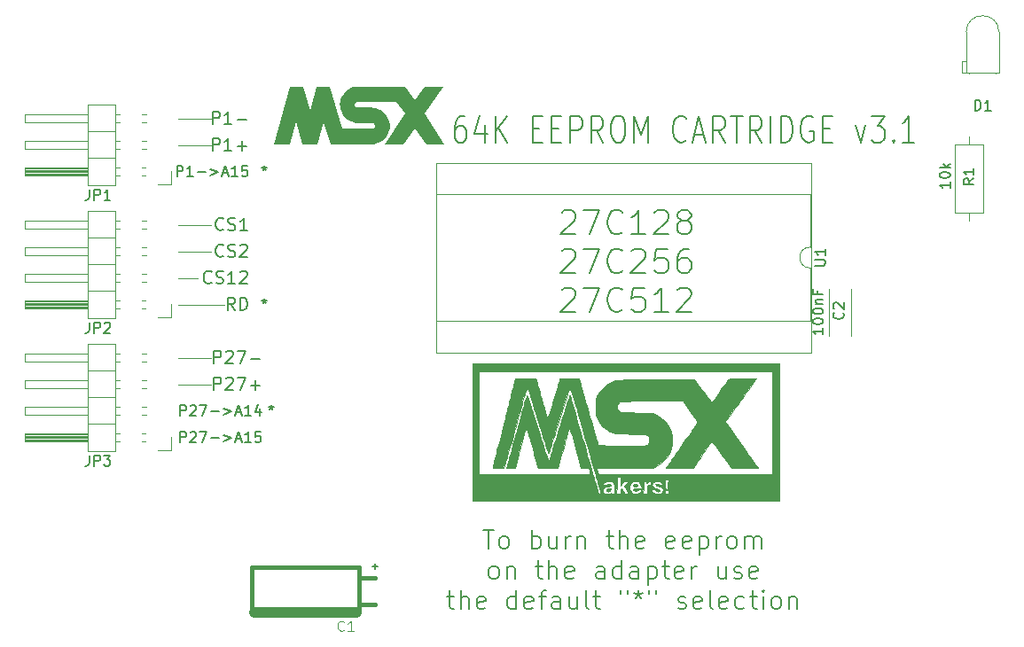
<source format=gto>
%TF.GenerationSoftware,KiCad,Pcbnew,8.0.2-1.fc38*%
%TF.CreationDate,2024-06-21T20:30:21+02:00*%
%TF.ProjectId,msx_eprom_cartridge_3.1,6d73785f-6570-4726-9f6d-5f6361727472,rev?*%
%TF.SameCoordinates,Original*%
%TF.FileFunction,Legend,Top*%
%TF.FilePolarity,Positive*%
%FSLAX46Y46*%
G04 Gerber Fmt 4.6, Leading zero omitted, Abs format (unit mm)*
G04 Created by KiCad (PCBNEW 8.0.2-1.fc38) date 2024-06-21 20:30:21*
%MOMM*%
%LPD*%
G01*
G04 APERTURE LIST*
%ADD10C,0.000000*%
%ADD11C,0.120000*%
%ADD12C,0.203000*%
%ADD13C,0.150000*%
%ADD14C,0.096520*%
%ADD15C,0.406400*%
%ADD16C,1.016000*%
%ADD17C,0.152400*%
%ADD18C,0.010000*%
G04 APERTURE END LIST*
D10*
G36*
X132267000Y-63629000D02*
G01*
X136611000Y-63629000D01*
X137525000Y-64938000D01*
X138490000Y-63629000D01*
X140230000Y-63629000D01*
X138452000Y-66233000D01*
X140395000Y-69141000D01*
X138655000Y-69141000D01*
X137538000Y-67604000D01*
X136433000Y-69141000D01*
X134642000Y-69141000D01*
X136611000Y-66220000D01*
X135785000Y-65128000D01*
X132077000Y-65128000D01*
X132045000Y-65130000D01*
X132014000Y-65136000D01*
X131983000Y-65146000D01*
X131954000Y-65159000D01*
X131927000Y-65176000D01*
X131902000Y-65196000D01*
X131880000Y-65218000D01*
X131861000Y-65244000D01*
X131845000Y-65272000D01*
X131832000Y-65301000D01*
X131824000Y-65332000D01*
X131819000Y-65363000D01*
X131817000Y-65395000D01*
X131820000Y-65427000D01*
X131827000Y-65458000D01*
X131837000Y-65488000D01*
X131851000Y-65516000D01*
X131868000Y-65543000D01*
X131889000Y-65568000D01*
X131912000Y-65589000D01*
X131938000Y-65608000D01*
X131966000Y-65624000D01*
X131995000Y-65636000D01*
X132026000Y-65644000D01*
X132058000Y-65648000D01*
X132090000Y-65649000D01*
X133410000Y-65649000D01*
X133622000Y-65661000D01*
X133830000Y-65700000D01*
X134032000Y-65763000D01*
X134225000Y-65850000D01*
X134407000Y-65960000D01*
X134573000Y-66091000D01*
X134723000Y-66241000D01*
X134853000Y-66408000D01*
X134963000Y-66589000D01*
X135049000Y-66783000D01*
X135112000Y-66985000D01*
X135149000Y-67194000D01*
X135162000Y-67405000D01*
X135148000Y-67617000D01*
X135110000Y-67825000D01*
X135046000Y-68027000D01*
X134959000Y-68220000D01*
X134848000Y-68401000D01*
X134717000Y-68567000D01*
X134567000Y-68716000D01*
X134400000Y-68846000D01*
X134218000Y-68955000D01*
X134024000Y-69041000D01*
X133822000Y-69104000D01*
X133614000Y-69141000D01*
X129486000Y-69141000D01*
X128864000Y-67033000D01*
X128229000Y-69141000D01*
X126819000Y-69141000D01*
X126235000Y-66982000D01*
X125613000Y-69141000D01*
X124063000Y-69141000D01*
X125587000Y-63629000D01*
X126933000Y-63629000D01*
X127543000Y-65953000D01*
X128178000Y-63629000D01*
X129461000Y-63629000D01*
X130591000Y-67642000D01*
X133474000Y-67642000D01*
X133506000Y-67641000D01*
X133538000Y-67635000D01*
X133569000Y-67625000D01*
X133599000Y-67611000D01*
X133626000Y-67594000D01*
X133651000Y-67574000D01*
X133674000Y-67550000D01*
X133693000Y-67524000D01*
X133710000Y-67496000D01*
X133722000Y-67466000D01*
X133731000Y-67435000D01*
X133736000Y-67403000D01*
X133736000Y-67370000D01*
X133733000Y-67338000D01*
X133726000Y-67306000D01*
X133715000Y-67276000D01*
X133701000Y-67247000D01*
X133682000Y-67220000D01*
X133661000Y-67195000D01*
X133637000Y-67174000D01*
X133610000Y-67155000D01*
X133582000Y-67140000D01*
X133551000Y-67129000D01*
X133520000Y-67121000D01*
X133488000Y-67117000D01*
X133455000Y-67118000D01*
X133423000Y-67122000D01*
X132153000Y-67122000D01*
X131937000Y-67109000D01*
X131725000Y-67070000D01*
X131519000Y-67005000D01*
X131323000Y-66915000D01*
X131139000Y-66802000D01*
X130970000Y-66667000D01*
X130820000Y-66512000D01*
X130690000Y-66339000D01*
X130582000Y-66152000D01*
X130498000Y-65954000D01*
X130439000Y-65746000D01*
X130406000Y-65532000D01*
X130400000Y-65316000D01*
X130420000Y-65101000D01*
X130467000Y-64891000D01*
X130539000Y-64687000D01*
X130636000Y-64494000D01*
X130756000Y-64315000D01*
X130897000Y-64151000D01*
X131058000Y-64006000D01*
X131234000Y-63882000D01*
X131425000Y-63781000D01*
X131627000Y-63704000D01*
X131837000Y-63653000D01*
X132051000Y-63628000D01*
X132267000Y-63629000D01*
G37*
D11*
X114935000Y-79375000D02*
X118110000Y-79375000D01*
X114935000Y-92075000D02*
X118110000Y-92075000D01*
X114935000Y-76835000D02*
X118110000Y-76835000D01*
X114935000Y-66675000D02*
X118110000Y-66675000D01*
X114935000Y-81915000D02*
X116840000Y-81915000D01*
X114935000Y-89535000D02*
X118110000Y-89535000D01*
X114935000Y-69215000D02*
X118110000Y-69215000D01*
X114935000Y-84455000D02*
X119380000Y-84455000D01*
D12*
X115151686Y-95067063D02*
X115151686Y-94067063D01*
X115151686Y-94067063D02*
X115532638Y-94067063D01*
X115532638Y-94067063D02*
X115627876Y-94114682D01*
X115627876Y-94114682D02*
X115675495Y-94162301D01*
X115675495Y-94162301D02*
X115723114Y-94257539D01*
X115723114Y-94257539D02*
X115723114Y-94400396D01*
X115723114Y-94400396D02*
X115675495Y-94495634D01*
X115675495Y-94495634D02*
X115627876Y-94543253D01*
X115627876Y-94543253D02*
X115532638Y-94590872D01*
X115532638Y-94590872D02*
X115151686Y-94590872D01*
X116104067Y-94162301D02*
X116151686Y-94114682D01*
X116151686Y-94114682D02*
X116246924Y-94067063D01*
X116246924Y-94067063D02*
X116485019Y-94067063D01*
X116485019Y-94067063D02*
X116580257Y-94114682D01*
X116580257Y-94114682D02*
X116627876Y-94162301D01*
X116627876Y-94162301D02*
X116675495Y-94257539D01*
X116675495Y-94257539D02*
X116675495Y-94352777D01*
X116675495Y-94352777D02*
X116627876Y-94495634D01*
X116627876Y-94495634D02*
X116056448Y-95067063D01*
X116056448Y-95067063D02*
X116675495Y-95067063D01*
X117008829Y-94067063D02*
X117675495Y-94067063D01*
X117675495Y-94067063D02*
X117246924Y-95067063D01*
X118056448Y-94686110D02*
X118818353Y-94686110D01*
X119294543Y-94400396D02*
X120056448Y-94686110D01*
X120056448Y-94686110D02*
X119294543Y-94971824D01*
X120485019Y-94781348D02*
X120961209Y-94781348D01*
X120389781Y-95067063D02*
X120723114Y-94067063D01*
X120723114Y-94067063D02*
X121056447Y-95067063D01*
X121913590Y-95067063D02*
X121342162Y-95067063D01*
X121627876Y-95067063D02*
X121627876Y-94067063D01*
X121627876Y-94067063D02*
X121532638Y-94209920D01*
X121532638Y-94209920D02*
X121437400Y-94305158D01*
X121437400Y-94305158D02*
X121342162Y-94352777D01*
X122770733Y-94400396D02*
X122770733Y-95067063D01*
X122532638Y-94019444D02*
X122294543Y-94733729D01*
X122294543Y-94733729D02*
X122913590Y-94733729D01*
X119272162Y-79805301D02*
X119215019Y-79862444D01*
X119215019Y-79862444D02*
X119043591Y-79919586D01*
X119043591Y-79919586D02*
X118929305Y-79919586D01*
X118929305Y-79919586D02*
X118757876Y-79862444D01*
X118757876Y-79862444D02*
X118643591Y-79748158D01*
X118643591Y-79748158D02*
X118586448Y-79633872D01*
X118586448Y-79633872D02*
X118529305Y-79405301D01*
X118529305Y-79405301D02*
X118529305Y-79233872D01*
X118529305Y-79233872D02*
X118586448Y-79005301D01*
X118586448Y-79005301D02*
X118643591Y-78891015D01*
X118643591Y-78891015D02*
X118757876Y-78776729D01*
X118757876Y-78776729D02*
X118929305Y-78719586D01*
X118929305Y-78719586D02*
X119043591Y-78719586D01*
X119043591Y-78719586D02*
X119215019Y-78776729D01*
X119215019Y-78776729D02*
X119272162Y-78833872D01*
X119729305Y-79862444D02*
X119900734Y-79919586D01*
X119900734Y-79919586D02*
X120186448Y-79919586D01*
X120186448Y-79919586D02*
X120300734Y-79862444D01*
X120300734Y-79862444D02*
X120357876Y-79805301D01*
X120357876Y-79805301D02*
X120415019Y-79691015D01*
X120415019Y-79691015D02*
X120415019Y-79576729D01*
X120415019Y-79576729D02*
X120357876Y-79462444D01*
X120357876Y-79462444D02*
X120300734Y-79405301D01*
X120300734Y-79405301D02*
X120186448Y-79348158D01*
X120186448Y-79348158D02*
X119957876Y-79291015D01*
X119957876Y-79291015D02*
X119843591Y-79233872D01*
X119843591Y-79233872D02*
X119786448Y-79176729D01*
X119786448Y-79176729D02*
X119729305Y-79062444D01*
X119729305Y-79062444D02*
X119729305Y-78948158D01*
X119729305Y-78948158D02*
X119786448Y-78833872D01*
X119786448Y-78833872D02*
X119843591Y-78776729D01*
X119843591Y-78776729D02*
X119957876Y-78719586D01*
X119957876Y-78719586D02*
X120243591Y-78719586D01*
X120243591Y-78719586D02*
X120415019Y-78776729D01*
X120872162Y-78833872D02*
X120929305Y-78776729D01*
X120929305Y-78776729D02*
X121043591Y-78719586D01*
X121043591Y-78719586D02*
X121329305Y-78719586D01*
X121329305Y-78719586D02*
X121443591Y-78776729D01*
X121443591Y-78776729D02*
X121500733Y-78833872D01*
X121500733Y-78833872D02*
X121557876Y-78948158D01*
X121557876Y-78948158D02*
X121557876Y-79062444D01*
X121557876Y-79062444D02*
X121500733Y-79233872D01*
X121500733Y-79233872D02*
X120815019Y-79919586D01*
X120815019Y-79919586D02*
X121557876Y-79919586D01*
X151574647Y-75660644D02*
X151684171Y-75551120D01*
X151684171Y-75551120D02*
X151903218Y-75441596D01*
X151903218Y-75441596D02*
X152450837Y-75441596D01*
X152450837Y-75441596D02*
X152669885Y-75551120D01*
X152669885Y-75551120D02*
X152779409Y-75660644D01*
X152779409Y-75660644D02*
X152888932Y-75879692D01*
X152888932Y-75879692D02*
X152888932Y-76098739D01*
X152888932Y-76098739D02*
X152779409Y-76427311D01*
X152779409Y-76427311D02*
X151465123Y-77741596D01*
X151465123Y-77741596D02*
X152888932Y-77741596D01*
X153655599Y-75441596D02*
X155188932Y-75441596D01*
X155188932Y-75441596D02*
X154203218Y-77741596D01*
X157379408Y-77522549D02*
X157269884Y-77632073D01*
X157269884Y-77632073D02*
X156941313Y-77741596D01*
X156941313Y-77741596D02*
X156722265Y-77741596D01*
X156722265Y-77741596D02*
X156393694Y-77632073D01*
X156393694Y-77632073D02*
X156174646Y-77413025D01*
X156174646Y-77413025D02*
X156065123Y-77193977D01*
X156065123Y-77193977D02*
X155955599Y-76755882D01*
X155955599Y-76755882D02*
X155955599Y-76427311D01*
X155955599Y-76427311D02*
X156065123Y-75989215D01*
X156065123Y-75989215D02*
X156174646Y-75770168D01*
X156174646Y-75770168D02*
X156393694Y-75551120D01*
X156393694Y-75551120D02*
X156722265Y-75441596D01*
X156722265Y-75441596D02*
X156941313Y-75441596D01*
X156941313Y-75441596D02*
X157269884Y-75551120D01*
X157269884Y-75551120D02*
X157379408Y-75660644D01*
X159569884Y-77741596D02*
X158255599Y-77741596D01*
X158912742Y-77741596D02*
X158912742Y-75441596D01*
X158912742Y-75441596D02*
X158693694Y-75770168D01*
X158693694Y-75770168D02*
X158474646Y-75989215D01*
X158474646Y-75989215D02*
X158255599Y-76098739D01*
X160446075Y-75660644D02*
X160555599Y-75551120D01*
X160555599Y-75551120D02*
X160774646Y-75441596D01*
X160774646Y-75441596D02*
X161322265Y-75441596D01*
X161322265Y-75441596D02*
X161541313Y-75551120D01*
X161541313Y-75551120D02*
X161650837Y-75660644D01*
X161650837Y-75660644D02*
X161760360Y-75879692D01*
X161760360Y-75879692D02*
X161760360Y-76098739D01*
X161760360Y-76098739D02*
X161650837Y-76427311D01*
X161650837Y-76427311D02*
X160336551Y-77741596D01*
X160336551Y-77741596D02*
X161760360Y-77741596D01*
X163074646Y-76427311D02*
X162855598Y-76317787D01*
X162855598Y-76317787D02*
X162746075Y-76208263D01*
X162746075Y-76208263D02*
X162636551Y-75989215D01*
X162636551Y-75989215D02*
X162636551Y-75879692D01*
X162636551Y-75879692D02*
X162746075Y-75660644D01*
X162746075Y-75660644D02*
X162855598Y-75551120D01*
X162855598Y-75551120D02*
X163074646Y-75441596D01*
X163074646Y-75441596D02*
X163512741Y-75441596D01*
X163512741Y-75441596D02*
X163731789Y-75551120D01*
X163731789Y-75551120D02*
X163841313Y-75660644D01*
X163841313Y-75660644D02*
X163950836Y-75879692D01*
X163950836Y-75879692D02*
X163950836Y-75989215D01*
X163950836Y-75989215D02*
X163841313Y-76208263D01*
X163841313Y-76208263D02*
X163731789Y-76317787D01*
X163731789Y-76317787D02*
X163512741Y-76427311D01*
X163512741Y-76427311D02*
X163074646Y-76427311D01*
X163074646Y-76427311D02*
X162855598Y-76536834D01*
X162855598Y-76536834D02*
X162746075Y-76646358D01*
X162746075Y-76646358D02*
X162636551Y-76865406D01*
X162636551Y-76865406D02*
X162636551Y-77303501D01*
X162636551Y-77303501D02*
X162746075Y-77522549D01*
X162746075Y-77522549D02*
X162855598Y-77632073D01*
X162855598Y-77632073D02*
X163074646Y-77741596D01*
X163074646Y-77741596D02*
X163512741Y-77741596D01*
X163512741Y-77741596D02*
X163731789Y-77632073D01*
X163731789Y-77632073D02*
X163841313Y-77522549D01*
X163841313Y-77522549D02*
X163950836Y-77303501D01*
X163950836Y-77303501D02*
X163950836Y-76865406D01*
X163950836Y-76865406D02*
X163841313Y-76646358D01*
X163841313Y-76646358D02*
X163731789Y-76536834D01*
X163731789Y-76536834D02*
X163512741Y-76427311D01*
X151574647Y-79363515D02*
X151684171Y-79253991D01*
X151684171Y-79253991D02*
X151903218Y-79144467D01*
X151903218Y-79144467D02*
X152450837Y-79144467D01*
X152450837Y-79144467D02*
X152669885Y-79253991D01*
X152669885Y-79253991D02*
X152779409Y-79363515D01*
X152779409Y-79363515D02*
X152888932Y-79582563D01*
X152888932Y-79582563D02*
X152888932Y-79801610D01*
X152888932Y-79801610D02*
X152779409Y-80130182D01*
X152779409Y-80130182D02*
X151465123Y-81444467D01*
X151465123Y-81444467D02*
X152888932Y-81444467D01*
X153655599Y-79144467D02*
X155188932Y-79144467D01*
X155188932Y-79144467D02*
X154203218Y-81444467D01*
X157379408Y-81225420D02*
X157269884Y-81334944D01*
X157269884Y-81334944D02*
X156941313Y-81444467D01*
X156941313Y-81444467D02*
X156722265Y-81444467D01*
X156722265Y-81444467D02*
X156393694Y-81334944D01*
X156393694Y-81334944D02*
X156174646Y-81115896D01*
X156174646Y-81115896D02*
X156065123Y-80896848D01*
X156065123Y-80896848D02*
X155955599Y-80458753D01*
X155955599Y-80458753D02*
X155955599Y-80130182D01*
X155955599Y-80130182D02*
X156065123Y-79692086D01*
X156065123Y-79692086D02*
X156174646Y-79473039D01*
X156174646Y-79473039D02*
X156393694Y-79253991D01*
X156393694Y-79253991D02*
X156722265Y-79144467D01*
X156722265Y-79144467D02*
X156941313Y-79144467D01*
X156941313Y-79144467D02*
X157269884Y-79253991D01*
X157269884Y-79253991D02*
X157379408Y-79363515D01*
X158255599Y-79363515D02*
X158365123Y-79253991D01*
X158365123Y-79253991D02*
X158584170Y-79144467D01*
X158584170Y-79144467D02*
X159131789Y-79144467D01*
X159131789Y-79144467D02*
X159350837Y-79253991D01*
X159350837Y-79253991D02*
X159460361Y-79363515D01*
X159460361Y-79363515D02*
X159569884Y-79582563D01*
X159569884Y-79582563D02*
X159569884Y-79801610D01*
X159569884Y-79801610D02*
X159460361Y-80130182D01*
X159460361Y-80130182D02*
X158146075Y-81444467D01*
X158146075Y-81444467D02*
X159569884Y-81444467D01*
X161650837Y-79144467D02*
X160555599Y-79144467D01*
X160555599Y-79144467D02*
X160446075Y-80239705D01*
X160446075Y-80239705D02*
X160555599Y-80130182D01*
X160555599Y-80130182D02*
X160774646Y-80020658D01*
X160774646Y-80020658D02*
X161322265Y-80020658D01*
X161322265Y-80020658D02*
X161541313Y-80130182D01*
X161541313Y-80130182D02*
X161650837Y-80239705D01*
X161650837Y-80239705D02*
X161760360Y-80458753D01*
X161760360Y-80458753D02*
X161760360Y-81006372D01*
X161760360Y-81006372D02*
X161650837Y-81225420D01*
X161650837Y-81225420D02*
X161541313Y-81334944D01*
X161541313Y-81334944D02*
X161322265Y-81444467D01*
X161322265Y-81444467D02*
X160774646Y-81444467D01*
X160774646Y-81444467D02*
X160555599Y-81334944D01*
X160555599Y-81334944D02*
X160446075Y-81225420D01*
X163731789Y-79144467D02*
X163293694Y-79144467D01*
X163293694Y-79144467D02*
X163074646Y-79253991D01*
X163074646Y-79253991D02*
X162965122Y-79363515D01*
X162965122Y-79363515D02*
X162746075Y-79692086D01*
X162746075Y-79692086D02*
X162636551Y-80130182D01*
X162636551Y-80130182D02*
X162636551Y-81006372D01*
X162636551Y-81006372D02*
X162746075Y-81225420D01*
X162746075Y-81225420D02*
X162855598Y-81334944D01*
X162855598Y-81334944D02*
X163074646Y-81444467D01*
X163074646Y-81444467D02*
X163512741Y-81444467D01*
X163512741Y-81444467D02*
X163731789Y-81334944D01*
X163731789Y-81334944D02*
X163841313Y-81225420D01*
X163841313Y-81225420D02*
X163950836Y-81006372D01*
X163950836Y-81006372D02*
X163950836Y-80458753D01*
X163950836Y-80458753D02*
X163841313Y-80239705D01*
X163841313Y-80239705D02*
X163731789Y-80130182D01*
X163731789Y-80130182D02*
X163512741Y-80020658D01*
X163512741Y-80020658D02*
X163074646Y-80020658D01*
X163074646Y-80020658D02*
X162855598Y-80130182D01*
X162855598Y-80130182D02*
X162746075Y-80239705D01*
X162746075Y-80239705D02*
X162636551Y-80458753D01*
X151574647Y-83066386D02*
X151684171Y-82956862D01*
X151684171Y-82956862D02*
X151903218Y-82847338D01*
X151903218Y-82847338D02*
X152450837Y-82847338D01*
X152450837Y-82847338D02*
X152669885Y-82956862D01*
X152669885Y-82956862D02*
X152779409Y-83066386D01*
X152779409Y-83066386D02*
X152888932Y-83285434D01*
X152888932Y-83285434D02*
X152888932Y-83504481D01*
X152888932Y-83504481D02*
X152779409Y-83833053D01*
X152779409Y-83833053D02*
X151465123Y-85147338D01*
X151465123Y-85147338D02*
X152888932Y-85147338D01*
X153655599Y-82847338D02*
X155188932Y-82847338D01*
X155188932Y-82847338D02*
X154203218Y-85147338D01*
X157379408Y-84928291D02*
X157269884Y-85037815D01*
X157269884Y-85037815D02*
X156941313Y-85147338D01*
X156941313Y-85147338D02*
X156722265Y-85147338D01*
X156722265Y-85147338D02*
X156393694Y-85037815D01*
X156393694Y-85037815D02*
X156174646Y-84818767D01*
X156174646Y-84818767D02*
X156065123Y-84599719D01*
X156065123Y-84599719D02*
X155955599Y-84161624D01*
X155955599Y-84161624D02*
X155955599Y-83833053D01*
X155955599Y-83833053D02*
X156065123Y-83394957D01*
X156065123Y-83394957D02*
X156174646Y-83175910D01*
X156174646Y-83175910D02*
X156393694Y-82956862D01*
X156393694Y-82956862D02*
X156722265Y-82847338D01*
X156722265Y-82847338D02*
X156941313Y-82847338D01*
X156941313Y-82847338D02*
X157269884Y-82956862D01*
X157269884Y-82956862D02*
X157379408Y-83066386D01*
X159460361Y-82847338D02*
X158365123Y-82847338D01*
X158365123Y-82847338D02*
X158255599Y-83942576D01*
X158255599Y-83942576D02*
X158365123Y-83833053D01*
X158365123Y-83833053D02*
X158584170Y-83723529D01*
X158584170Y-83723529D02*
X159131789Y-83723529D01*
X159131789Y-83723529D02*
X159350837Y-83833053D01*
X159350837Y-83833053D02*
X159460361Y-83942576D01*
X159460361Y-83942576D02*
X159569884Y-84161624D01*
X159569884Y-84161624D02*
X159569884Y-84709243D01*
X159569884Y-84709243D02*
X159460361Y-84928291D01*
X159460361Y-84928291D02*
X159350837Y-85037815D01*
X159350837Y-85037815D02*
X159131789Y-85147338D01*
X159131789Y-85147338D02*
X158584170Y-85147338D01*
X158584170Y-85147338D02*
X158365123Y-85037815D01*
X158365123Y-85037815D02*
X158255599Y-84928291D01*
X161760360Y-85147338D02*
X160446075Y-85147338D01*
X161103218Y-85147338D02*
X161103218Y-82847338D01*
X161103218Y-82847338D02*
X160884170Y-83175910D01*
X160884170Y-83175910D02*
X160665122Y-83394957D01*
X160665122Y-83394957D02*
X160446075Y-83504481D01*
X162636551Y-83066386D02*
X162746075Y-82956862D01*
X162746075Y-82956862D02*
X162965122Y-82847338D01*
X162965122Y-82847338D02*
X163512741Y-82847338D01*
X163512741Y-82847338D02*
X163731789Y-82956862D01*
X163731789Y-82956862D02*
X163841313Y-83066386D01*
X163841313Y-83066386D02*
X163950836Y-83285434D01*
X163950836Y-83285434D02*
X163950836Y-83504481D01*
X163950836Y-83504481D02*
X163841313Y-83833053D01*
X163841313Y-83833053D02*
X162527027Y-85147338D01*
X162527027Y-85147338D02*
X163950836Y-85147338D01*
X118129305Y-82345301D02*
X118072162Y-82402444D01*
X118072162Y-82402444D02*
X117900734Y-82459586D01*
X117900734Y-82459586D02*
X117786448Y-82459586D01*
X117786448Y-82459586D02*
X117615019Y-82402444D01*
X117615019Y-82402444D02*
X117500734Y-82288158D01*
X117500734Y-82288158D02*
X117443591Y-82173872D01*
X117443591Y-82173872D02*
X117386448Y-81945301D01*
X117386448Y-81945301D02*
X117386448Y-81773872D01*
X117386448Y-81773872D02*
X117443591Y-81545301D01*
X117443591Y-81545301D02*
X117500734Y-81431015D01*
X117500734Y-81431015D02*
X117615019Y-81316729D01*
X117615019Y-81316729D02*
X117786448Y-81259586D01*
X117786448Y-81259586D02*
X117900734Y-81259586D01*
X117900734Y-81259586D02*
X118072162Y-81316729D01*
X118072162Y-81316729D02*
X118129305Y-81373872D01*
X118586448Y-82402444D02*
X118757877Y-82459586D01*
X118757877Y-82459586D02*
X119043591Y-82459586D01*
X119043591Y-82459586D02*
X119157877Y-82402444D01*
X119157877Y-82402444D02*
X119215019Y-82345301D01*
X119215019Y-82345301D02*
X119272162Y-82231015D01*
X119272162Y-82231015D02*
X119272162Y-82116729D01*
X119272162Y-82116729D02*
X119215019Y-82002444D01*
X119215019Y-82002444D02*
X119157877Y-81945301D01*
X119157877Y-81945301D02*
X119043591Y-81888158D01*
X119043591Y-81888158D02*
X118815019Y-81831015D01*
X118815019Y-81831015D02*
X118700734Y-81773872D01*
X118700734Y-81773872D02*
X118643591Y-81716729D01*
X118643591Y-81716729D02*
X118586448Y-81602444D01*
X118586448Y-81602444D02*
X118586448Y-81488158D01*
X118586448Y-81488158D02*
X118643591Y-81373872D01*
X118643591Y-81373872D02*
X118700734Y-81316729D01*
X118700734Y-81316729D02*
X118815019Y-81259586D01*
X118815019Y-81259586D02*
X119100734Y-81259586D01*
X119100734Y-81259586D02*
X119272162Y-81316729D01*
X120415019Y-82459586D02*
X119729305Y-82459586D01*
X120072162Y-82459586D02*
X120072162Y-81259586D01*
X120072162Y-81259586D02*
X119957876Y-81431015D01*
X119957876Y-81431015D02*
X119843591Y-81545301D01*
X119843591Y-81545301D02*
X119729305Y-81602444D01*
X120872162Y-81373872D02*
X120929305Y-81316729D01*
X120929305Y-81316729D02*
X121043591Y-81259586D01*
X121043591Y-81259586D02*
X121329305Y-81259586D01*
X121329305Y-81259586D02*
X121443591Y-81316729D01*
X121443591Y-81316729D02*
X121500733Y-81373872D01*
X121500733Y-81373872D02*
X121557876Y-81488158D01*
X121557876Y-81488158D02*
X121557876Y-81602444D01*
X121557876Y-81602444D02*
X121500733Y-81773872D01*
X121500733Y-81773872D02*
X120815019Y-82459586D01*
X120815019Y-82459586D02*
X121557876Y-82459586D01*
X142309885Y-66463991D02*
X141928932Y-66463991D01*
X141928932Y-66463991D02*
X141738456Y-66583039D01*
X141738456Y-66583039D02*
X141643218Y-66702086D01*
X141643218Y-66702086D02*
X141452742Y-67059229D01*
X141452742Y-67059229D02*
X141357504Y-67535420D01*
X141357504Y-67535420D02*
X141357504Y-68487801D01*
X141357504Y-68487801D02*
X141452742Y-68725896D01*
X141452742Y-68725896D02*
X141547980Y-68844944D01*
X141547980Y-68844944D02*
X141738456Y-68963991D01*
X141738456Y-68963991D02*
X142119409Y-68963991D01*
X142119409Y-68963991D02*
X142309885Y-68844944D01*
X142309885Y-68844944D02*
X142405123Y-68725896D01*
X142405123Y-68725896D02*
X142500361Y-68487801D01*
X142500361Y-68487801D02*
X142500361Y-67892563D01*
X142500361Y-67892563D02*
X142405123Y-67654467D01*
X142405123Y-67654467D02*
X142309885Y-67535420D01*
X142309885Y-67535420D02*
X142119409Y-67416372D01*
X142119409Y-67416372D02*
X141738456Y-67416372D01*
X141738456Y-67416372D02*
X141547980Y-67535420D01*
X141547980Y-67535420D02*
X141452742Y-67654467D01*
X141452742Y-67654467D02*
X141357504Y-67892563D01*
X144214647Y-67297324D02*
X144214647Y-68963991D01*
X143738456Y-66344944D02*
X143262266Y-68130658D01*
X143262266Y-68130658D02*
X144500361Y-68130658D01*
X145262266Y-68963991D02*
X145262266Y-66463991D01*
X146405123Y-68963991D02*
X145547980Y-67535420D01*
X146405123Y-66463991D02*
X145262266Y-67892563D01*
X148786076Y-67654467D02*
X149452743Y-67654467D01*
X149738457Y-68963991D02*
X148786076Y-68963991D01*
X148786076Y-68963991D02*
X148786076Y-66463991D01*
X148786076Y-66463991D02*
X149738457Y-66463991D01*
X150595600Y-67654467D02*
X151262267Y-67654467D01*
X151547981Y-68963991D02*
X150595600Y-68963991D01*
X150595600Y-68963991D02*
X150595600Y-66463991D01*
X150595600Y-66463991D02*
X151547981Y-66463991D01*
X152405124Y-68963991D02*
X152405124Y-66463991D01*
X152405124Y-66463991D02*
X153167029Y-66463991D01*
X153167029Y-66463991D02*
X153357505Y-66583039D01*
X153357505Y-66583039D02*
X153452743Y-66702086D01*
X153452743Y-66702086D02*
X153547981Y-66940182D01*
X153547981Y-66940182D02*
X153547981Y-67297324D01*
X153547981Y-67297324D02*
X153452743Y-67535420D01*
X153452743Y-67535420D02*
X153357505Y-67654467D01*
X153357505Y-67654467D02*
X153167029Y-67773515D01*
X153167029Y-67773515D02*
X152405124Y-67773515D01*
X155547981Y-68963991D02*
X154881314Y-67773515D01*
X154405124Y-68963991D02*
X154405124Y-66463991D01*
X154405124Y-66463991D02*
X155167029Y-66463991D01*
X155167029Y-66463991D02*
X155357505Y-66583039D01*
X155357505Y-66583039D02*
X155452743Y-66702086D01*
X155452743Y-66702086D02*
X155547981Y-66940182D01*
X155547981Y-66940182D02*
X155547981Y-67297324D01*
X155547981Y-67297324D02*
X155452743Y-67535420D01*
X155452743Y-67535420D02*
X155357505Y-67654467D01*
X155357505Y-67654467D02*
X155167029Y-67773515D01*
X155167029Y-67773515D02*
X154405124Y-67773515D01*
X156786076Y-66463991D02*
X157167029Y-66463991D01*
X157167029Y-66463991D02*
X157357505Y-66583039D01*
X157357505Y-66583039D02*
X157547981Y-66821134D01*
X157547981Y-66821134D02*
X157643219Y-67297324D01*
X157643219Y-67297324D02*
X157643219Y-68130658D01*
X157643219Y-68130658D02*
X157547981Y-68606848D01*
X157547981Y-68606848D02*
X157357505Y-68844944D01*
X157357505Y-68844944D02*
X157167029Y-68963991D01*
X157167029Y-68963991D02*
X156786076Y-68963991D01*
X156786076Y-68963991D02*
X156595600Y-68844944D01*
X156595600Y-68844944D02*
X156405124Y-68606848D01*
X156405124Y-68606848D02*
X156309886Y-68130658D01*
X156309886Y-68130658D02*
X156309886Y-67297324D01*
X156309886Y-67297324D02*
X156405124Y-66821134D01*
X156405124Y-66821134D02*
X156595600Y-66583039D01*
X156595600Y-66583039D02*
X156786076Y-66463991D01*
X158500362Y-68963991D02*
X158500362Y-66463991D01*
X158500362Y-66463991D02*
X159167029Y-68249705D01*
X159167029Y-68249705D02*
X159833695Y-66463991D01*
X159833695Y-66463991D02*
X159833695Y-68963991D01*
X163452743Y-68725896D02*
X163357505Y-68844944D01*
X163357505Y-68844944D02*
X163071791Y-68963991D01*
X163071791Y-68963991D02*
X162881315Y-68963991D01*
X162881315Y-68963991D02*
X162595600Y-68844944D01*
X162595600Y-68844944D02*
X162405124Y-68606848D01*
X162405124Y-68606848D02*
X162309886Y-68368753D01*
X162309886Y-68368753D02*
X162214648Y-67892563D01*
X162214648Y-67892563D02*
X162214648Y-67535420D01*
X162214648Y-67535420D02*
X162309886Y-67059229D01*
X162309886Y-67059229D02*
X162405124Y-66821134D01*
X162405124Y-66821134D02*
X162595600Y-66583039D01*
X162595600Y-66583039D02*
X162881315Y-66463991D01*
X162881315Y-66463991D02*
X163071791Y-66463991D01*
X163071791Y-66463991D02*
X163357505Y-66583039D01*
X163357505Y-66583039D02*
X163452743Y-66702086D01*
X164214648Y-68249705D02*
X165167029Y-68249705D01*
X164024172Y-68963991D02*
X164690838Y-66463991D01*
X164690838Y-66463991D02*
X165357505Y-68963991D01*
X167167029Y-68963991D02*
X166500362Y-67773515D01*
X166024172Y-68963991D02*
X166024172Y-66463991D01*
X166024172Y-66463991D02*
X166786077Y-66463991D01*
X166786077Y-66463991D02*
X166976553Y-66583039D01*
X166976553Y-66583039D02*
X167071791Y-66702086D01*
X167071791Y-66702086D02*
X167167029Y-66940182D01*
X167167029Y-66940182D02*
X167167029Y-67297324D01*
X167167029Y-67297324D02*
X167071791Y-67535420D01*
X167071791Y-67535420D02*
X166976553Y-67654467D01*
X166976553Y-67654467D02*
X166786077Y-67773515D01*
X166786077Y-67773515D02*
X166024172Y-67773515D01*
X167738458Y-66463991D02*
X168881315Y-66463991D01*
X168309886Y-68963991D02*
X168309886Y-66463991D01*
X170690839Y-68963991D02*
X170024172Y-67773515D01*
X169547982Y-68963991D02*
X169547982Y-66463991D01*
X169547982Y-66463991D02*
X170309887Y-66463991D01*
X170309887Y-66463991D02*
X170500363Y-66583039D01*
X170500363Y-66583039D02*
X170595601Y-66702086D01*
X170595601Y-66702086D02*
X170690839Y-66940182D01*
X170690839Y-66940182D02*
X170690839Y-67297324D01*
X170690839Y-67297324D02*
X170595601Y-67535420D01*
X170595601Y-67535420D02*
X170500363Y-67654467D01*
X170500363Y-67654467D02*
X170309887Y-67773515D01*
X170309887Y-67773515D02*
X169547982Y-67773515D01*
X171547982Y-68963991D02*
X171547982Y-66463991D01*
X172500363Y-68963991D02*
X172500363Y-66463991D01*
X172500363Y-66463991D02*
X172976553Y-66463991D01*
X172976553Y-66463991D02*
X173262268Y-66583039D01*
X173262268Y-66583039D02*
X173452744Y-66821134D01*
X173452744Y-66821134D02*
X173547982Y-67059229D01*
X173547982Y-67059229D02*
X173643220Y-67535420D01*
X173643220Y-67535420D02*
X173643220Y-67892563D01*
X173643220Y-67892563D02*
X173547982Y-68368753D01*
X173547982Y-68368753D02*
X173452744Y-68606848D01*
X173452744Y-68606848D02*
X173262268Y-68844944D01*
X173262268Y-68844944D02*
X172976553Y-68963991D01*
X172976553Y-68963991D02*
X172500363Y-68963991D01*
X175547982Y-66583039D02*
X175357506Y-66463991D01*
X175357506Y-66463991D02*
X175071792Y-66463991D01*
X175071792Y-66463991D02*
X174786077Y-66583039D01*
X174786077Y-66583039D02*
X174595601Y-66821134D01*
X174595601Y-66821134D02*
X174500363Y-67059229D01*
X174500363Y-67059229D02*
X174405125Y-67535420D01*
X174405125Y-67535420D02*
X174405125Y-67892563D01*
X174405125Y-67892563D02*
X174500363Y-68368753D01*
X174500363Y-68368753D02*
X174595601Y-68606848D01*
X174595601Y-68606848D02*
X174786077Y-68844944D01*
X174786077Y-68844944D02*
X175071792Y-68963991D01*
X175071792Y-68963991D02*
X175262268Y-68963991D01*
X175262268Y-68963991D02*
X175547982Y-68844944D01*
X175547982Y-68844944D02*
X175643220Y-68725896D01*
X175643220Y-68725896D02*
X175643220Y-67892563D01*
X175643220Y-67892563D02*
X175262268Y-67892563D01*
X176500363Y-67654467D02*
X177167030Y-67654467D01*
X177452744Y-68963991D02*
X176500363Y-68963991D01*
X176500363Y-68963991D02*
X176500363Y-66463991D01*
X176500363Y-66463991D02*
X177452744Y-66463991D01*
X179643221Y-67297324D02*
X180119411Y-68963991D01*
X180119411Y-68963991D02*
X180595602Y-67297324D01*
X181167031Y-66463991D02*
X182405126Y-66463991D01*
X182405126Y-66463991D02*
X181738459Y-67416372D01*
X181738459Y-67416372D02*
X182024174Y-67416372D01*
X182024174Y-67416372D02*
X182214650Y-67535420D01*
X182214650Y-67535420D02*
X182309888Y-67654467D01*
X182309888Y-67654467D02*
X182405126Y-67892563D01*
X182405126Y-67892563D02*
X182405126Y-68487801D01*
X182405126Y-68487801D02*
X182309888Y-68725896D01*
X182309888Y-68725896D02*
X182214650Y-68844944D01*
X182214650Y-68844944D02*
X182024174Y-68963991D01*
X182024174Y-68963991D02*
X181452745Y-68963991D01*
X181452745Y-68963991D02*
X181262269Y-68844944D01*
X181262269Y-68844944D02*
X181167031Y-68725896D01*
X183262269Y-68725896D02*
X183357507Y-68844944D01*
X183357507Y-68844944D02*
X183262269Y-68963991D01*
X183262269Y-68963991D02*
X183167031Y-68844944D01*
X183167031Y-68844944D02*
X183262269Y-68725896D01*
X183262269Y-68725896D02*
X183262269Y-68963991D01*
X185262269Y-68963991D02*
X184119412Y-68963991D01*
X184690840Y-68963991D02*
X184690840Y-66463991D01*
X184690840Y-66463991D02*
X184500364Y-66821134D01*
X184500364Y-66821134D02*
X184309888Y-67059229D01*
X184309888Y-67059229D02*
X184119412Y-67178277D01*
D13*
X123190000Y-83909819D02*
X123190000Y-84147914D01*
X122951905Y-84052676D02*
X123190000Y-84147914D01*
X123190000Y-84147914D02*
X123428095Y-84052676D01*
X123047143Y-84338390D02*
X123190000Y-84147914D01*
X123190000Y-84147914D02*
X123332857Y-84338390D01*
D12*
X120357876Y-84999586D02*
X119957876Y-84428158D01*
X119672162Y-84999586D02*
X119672162Y-83799586D01*
X119672162Y-83799586D02*
X120129305Y-83799586D01*
X120129305Y-83799586D02*
X120243590Y-83856729D01*
X120243590Y-83856729D02*
X120300733Y-83913872D01*
X120300733Y-83913872D02*
X120357876Y-84028158D01*
X120357876Y-84028158D02*
X120357876Y-84199586D01*
X120357876Y-84199586D02*
X120300733Y-84313872D01*
X120300733Y-84313872D02*
X120243590Y-84371015D01*
X120243590Y-84371015D02*
X120129305Y-84428158D01*
X120129305Y-84428158D02*
X119672162Y-84428158D01*
X120872162Y-84999586D02*
X120872162Y-83799586D01*
X120872162Y-83799586D02*
X121157876Y-83799586D01*
X121157876Y-83799586D02*
X121329305Y-83856729D01*
X121329305Y-83856729D02*
X121443590Y-83971015D01*
X121443590Y-83971015D02*
X121500733Y-84085301D01*
X121500733Y-84085301D02*
X121557876Y-84313872D01*
X121557876Y-84313872D02*
X121557876Y-84485301D01*
X121557876Y-84485301D02*
X121500733Y-84713872D01*
X121500733Y-84713872D02*
X121443590Y-84828158D01*
X121443590Y-84828158D02*
X121329305Y-84942444D01*
X121329305Y-84942444D02*
X121157876Y-84999586D01*
X121157876Y-84999586D02*
X120872162Y-84999586D01*
X144065715Y-105979259D02*
X145094287Y-105979259D01*
X144580001Y-107779259D02*
X144580001Y-105979259D01*
X145951430Y-107779259D02*
X145780001Y-107693545D01*
X145780001Y-107693545D02*
X145694287Y-107607830D01*
X145694287Y-107607830D02*
X145608573Y-107436402D01*
X145608573Y-107436402D02*
X145608573Y-106922116D01*
X145608573Y-106922116D02*
X145694287Y-106750687D01*
X145694287Y-106750687D02*
X145780001Y-106664973D01*
X145780001Y-106664973D02*
X145951430Y-106579259D01*
X145951430Y-106579259D02*
X146208573Y-106579259D01*
X146208573Y-106579259D02*
X146380001Y-106664973D01*
X146380001Y-106664973D02*
X146465716Y-106750687D01*
X146465716Y-106750687D02*
X146551430Y-106922116D01*
X146551430Y-106922116D02*
X146551430Y-107436402D01*
X146551430Y-107436402D02*
X146465716Y-107607830D01*
X146465716Y-107607830D02*
X146380001Y-107693545D01*
X146380001Y-107693545D02*
X146208573Y-107779259D01*
X146208573Y-107779259D02*
X145951430Y-107779259D01*
X148694287Y-107779259D02*
X148694287Y-105979259D01*
X148694287Y-106664973D02*
X148865716Y-106579259D01*
X148865716Y-106579259D02*
X149208573Y-106579259D01*
X149208573Y-106579259D02*
X149380001Y-106664973D01*
X149380001Y-106664973D02*
X149465716Y-106750687D01*
X149465716Y-106750687D02*
X149551430Y-106922116D01*
X149551430Y-106922116D02*
X149551430Y-107436402D01*
X149551430Y-107436402D02*
X149465716Y-107607830D01*
X149465716Y-107607830D02*
X149380001Y-107693545D01*
X149380001Y-107693545D02*
X149208573Y-107779259D01*
X149208573Y-107779259D02*
X148865716Y-107779259D01*
X148865716Y-107779259D02*
X148694287Y-107693545D01*
X151094287Y-106579259D02*
X151094287Y-107779259D01*
X150322858Y-106579259D02*
X150322858Y-107522116D01*
X150322858Y-107522116D02*
X150408572Y-107693545D01*
X150408572Y-107693545D02*
X150580001Y-107779259D01*
X150580001Y-107779259D02*
X150837144Y-107779259D01*
X150837144Y-107779259D02*
X151008572Y-107693545D01*
X151008572Y-107693545D02*
X151094287Y-107607830D01*
X151951429Y-107779259D02*
X151951429Y-106579259D01*
X151951429Y-106922116D02*
X152037143Y-106750687D01*
X152037143Y-106750687D02*
X152122858Y-106664973D01*
X152122858Y-106664973D02*
X152294286Y-106579259D01*
X152294286Y-106579259D02*
X152465715Y-106579259D01*
X153065715Y-106579259D02*
X153065715Y-107779259D01*
X153065715Y-106750687D02*
X153151429Y-106664973D01*
X153151429Y-106664973D02*
X153322858Y-106579259D01*
X153322858Y-106579259D02*
X153580001Y-106579259D01*
X153580001Y-106579259D02*
X153751429Y-106664973D01*
X153751429Y-106664973D02*
X153837144Y-106836402D01*
X153837144Y-106836402D02*
X153837144Y-107779259D01*
X155808572Y-106579259D02*
X156494286Y-106579259D01*
X156065715Y-105979259D02*
X156065715Y-107522116D01*
X156065715Y-107522116D02*
X156151429Y-107693545D01*
X156151429Y-107693545D02*
X156322858Y-107779259D01*
X156322858Y-107779259D02*
X156494286Y-107779259D01*
X157094286Y-107779259D02*
X157094286Y-105979259D01*
X157865715Y-107779259D02*
X157865715Y-106836402D01*
X157865715Y-106836402D02*
X157780000Y-106664973D01*
X157780000Y-106664973D02*
X157608572Y-106579259D01*
X157608572Y-106579259D02*
X157351429Y-106579259D01*
X157351429Y-106579259D02*
X157180000Y-106664973D01*
X157180000Y-106664973D02*
X157094286Y-106750687D01*
X159408571Y-107693545D02*
X159237143Y-107779259D01*
X159237143Y-107779259D02*
X158894286Y-107779259D01*
X158894286Y-107779259D02*
X158722857Y-107693545D01*
X158722857Y-107693545D02*
X158637143Y-107522116D01*
X158637143Y-107522116D02*
X158637143Y-106836402D01*
X158637143Y-106836402D02*
X158722857Y-106664973D01*
X158722857Y-106664973D02*
X158894286Y-106579259D01*
X158894286Y-106579259D02*
X159237143Y-106579259D01*
X159237143Y-106579259D02*
X159408571Y-106664973D01*
X159408571Y-106664973D02*
X159494286Y-106836402D01*
X159494286Y-106836402D02*
X159494286Y-107007830D01*
X159494286Y-107007830D02*
X158637143Y-107179259D01*
X162322857Y-107693545D02*
X162151429Y-107779259D01*
X162151429Y-107779259D02*
X161808572Y-107779259D01*
X161808572Y-107779259D02*
X161637143Y-107693545D01*
X161637143Y-107693545D02*
X161551429Y-107522116D01*
X161551429Y-107522116D02*
X161551429Y-106836402D01*
X161551429Y-106836402D02*
X161637143Y-106664973D01*
X161637143Y-106664973D02*
X161808572Y-106579259D01*
X161808572Y-106579259D02*
X162151429Y-106579259D01*
X162151429Y-106579259D02*
X162322857Y-106664973D01*
X162322857Y-106664973D02*
X162408572Y-106836402D01*
X162408572Y-106836402D02*
X162408572Y-107007830D01*
X162408572Y-107007830D02*
X161551429Y-107179259D01*
X163865714Y-107693545D02*
X163694286Y-107779259D01*
X163694286Y-107779259D02*
X163351429Y-107779259D01*
X163351429Y-107779259D02*
X163180000Y-107693545D01*
X163180000Y-107693545D02*
X163094286Y-107522116D01*
X163094286Y-107522116D02*
X163094286Y-106836402D01*
X163094286Y-106836402D02*
X163180000Y-106664973D01*
X163180000Y-106664973D02*
X163351429Y-106579259D01*
X163351429Y-106579259D02*
X163694286Y-106579259D01*
X163694286Y-106579259D02*
X163865714Y-106664973D01*
X163865714Y-106664973D02*
X163951429Y-106836402D01*
X163951429Y-106836402D02*
X163951429Y-107007830D01*
X163951429Y-107007830D02*
X163094286Y-107179259D01*
X164722857Y-106579259D02*
X164722857Y-108379259D01*
X164722857Y-106664973D02*
X164894286Y-106579259D01*
X164894286Y-106579259D02*
X165237143Y-106579259D01*
X165237143Y-106579259D02*
X165408571Y-106664973D01*
X165408571Y-106664973D02*
X165494286Y-106750687D01*
X165494286Y-106750687D02*
X165580000Y-106922116D01*
X165580000Y-106922116D02*
X165580000Y-107436402D01*
X165580000Y-107436402D02*
X165494286Y-107607830D01*
X165494286Y-107607830D02*
X165408571Y-107693545D01*
X165408571Y-107693545D02*
X165237143Y-107779259D01*
X165237143Y-107779259D02*
X164894286Y-107779259D01*
X164894286Y-107779259D02*
X164722857Y-107693545D01*
X166351428Y-107779259D02*
X166351428Y-106579259D01*
X166351428Y-106922116D02*
X166437142Y-106750687D01*
X166437142Y-106750687D02*
X166522857Y-106664973D01*
X166522857Y-106664973D02*
X166694285Y-106579259D01*
X166694285Y-106579259D02*
X166865714Y-106579259D01*
X167722857Y-107779259D02*
X167551428Y-107693545D01*
X167551428Y-107693545D02*
X167465714Y-107607830D01*
X167465714Y-107607830D02*
X167380000Y-107436402D01*
X167380000Y-107436402D02*
X167380000Y-106922116D01*
X167380000Y-106922116D02*
X167465714Y-106750687D01*
X167465714Y-106750687D02*
X167551428Y-106664973D01*
X167551428Y-106664973D02*
X167722857Y-106579259D01*
X167722857Y-106579259D02*
X167980000Y-106579259D01*
X167980000Y-106579259D02*
X168151428Y-106664973D01*
X168151428Y-106664973D02*
X168237143Y-106750687D01*
X168237143Y-106750687D02*
X168322857Y-106922116D01*
X168322857Y-106922116D02*
X168322857Y-107436402D01*
X168322857Y-107436402D02*
X168237143Y-107607830D01*
X168237143Y-107607830D02*
X168151428Y-107693545D01*
X168151428Y-107693545D02*
X167980000Y-107779259D01*
X167980000Y-107779259D02*
X167722857Y-107779259D01*
X169094285Y-107779259D02*
X169094285Y-106579259D01*
X169094285Y-106750687D02*
X169179999Y-106664973D01*
X169179999Y-106664973D02*
X169351428Y-106579259D01*
X169351428Y-106579259D02*
X169608571Y-106579259D01*
X169608571Y-106579259D02*
X169779999Y-106664973D01*
X169779999Y-106664973D02*
X169865714Y-106836402D01*
X169865714Y-106836402D02*
X169865714Y-107779259D01*
X169865714Y-106836402D02*
X169951428Y-106664973D01*
X169951428Y-106664973D02*
X170122856Y-106579259D01*
X170122856Y-106579259D02*
X170379999Y-106579259D01*
X170379999Y-106579259D02*
X170551428Y-106664973D01*
X170551428Y-106664973D02*
X170637142Y-106836402D01*
X170637142Y-106836402D02*
X170637142Y-107779259D01*
X144965716Y-110677158D02*
X144794287Y-110591444D01*
X144794287Y-110591444D02*
X144708573Y-110505729D01*
X144708573Y-110505729D02*
X144622859Y-110334301D01*
X144622859Y-110334301D02*
X144622859Y-109820015D01*
X144622859Y-109820015D02*
X144708573Y-109648586D01*
X144708573Y-109648586D02*
X144794287Y-109562872D01*
X144794287Y-109562872D02*
X144965716Y-109477158D01*
X144965716Y-109477158D02*
X145222859Y-109477158D01*
X145222859Y-109477158D02*
X145394287Y-109562872D01*
X145394287Y-109562872D02*
X145480002Y-109648586D01*
X145480002Y-109648586D02*
X145565716Y-109820015D01*
X145565716Y-109820015D02*
X145565716Y-110334301D01*
X145565716Y-110334301D02*
X145480002Y-110505729D01*
X145480002Y-110505729D02*
X145394287Y-110591444D01*
X145394287Y-110591444D02*
X145222859Y-110677158D01*
X145222859Y-110677158D02*
X144965716Y-110677158D01*
X146337144Y-109477158D02*
X146337144Y-110677158D01*
X146337144Y-109648586D02*
X146422858Y-109562872D01*
X146422858Y-109562872D02*
X146594287Y-109477158D01*
X146594287Y-109477158D02*
X146851430Y-109477158D01*
X146851430Y-109477158D02*
X147022858Y-109562872D01*
X147022858Y-109562872D02*
X147108573Y-109734301D01*
X147108573Y-109734301D02*
X147108573Y-110677158D01*
X149080001Y-109477158D02*
X149765715Y-109477158D01*
X149337144Y-108877158D02*
X149337144Y-110420015D01*
X149337144Y-110420015D02*
X149422858Y-110591444D01*
X149422858Y-110591444D02*
X149594287Y-110677158D01*
X149594287Y-110677158D02*
X149765715Y-110677158D01*
X150365715Y-110677158D02*
X150365715Y-108877158D01*
X151137144Y-110677158D02*
X151137144Y-109734301D01*
X151137144Y-109734301D02*
X151051429Y-109562872D01*
X151051429Y-109562872D02*
X150880001Y-109477158D01*
X150880001Y-109477158D02*
X150622858Y-109477158D01*
X150622858Y-109477158D02*
X150451429Y-109562872D01*
X150451429Y-109562872D02*
X150365715Y-109648586D01*
X152680000Y-110591444D02*
X152508572Y-110677158D01*
X152508572Y-110677158D02*
X152165715Y-110677158D01*
X152165715Y-110677158D02*
X151994286Y-110591444D01*
X151994286Y-110591444D02*
X151908572Y-110420015D01*
X151908572Y-110420015D02*
X151908572Y-109734301D01*
X151908572Y-109734301D02*
X151994286Y-109562872D01*
X151994286Y-109562872D02*
X152165715Y-109477158D01*
X152165715Y-109477158D02*
X152508572Y-109477158D01*
X152508572Y-109477158D02*
X152680000Y-109562872D01*
X152680000Y-109562872D02*
X152765715Y-109734301D01*
X152765715Y-109734301D02*
X152765715Y-109905729D01*
X152765715Y-109905729D02*
X151908572Y-110077158D01*
X155680001Y-110677158D02*
X155680001Y-109734301D01*
X155680001Y-109734301D02*
X155594286Y-109562872D01*
X155594286Y-109562872D02*
X155422858Y-109477158D01*
X155422858Y-109477158D02*
X155080001Y-109477158D01*
X155080001Y-109477158D02*
X154908572Y-109562872D01*
X155680001Y-110591444D02*
X155508572Y-110677158D01*
X155508572Y-110677158D02*
X155080001Y-110677158D01*
X155080001Y-110677158D02*
X154908572Y-110591444D01*
X154908572Y-110591444D02*
X154822858Y-110420015D01*
X154822858Y-110420015D02*
X154822858Y-110248586D01*
X154822858Y-110248586D02*
X154908572Y-110077158D01*
X154908572Y-110077158D02*
X155080001Y-109991444D01*
X155080001Y-109991444D02*
X155508572Y-109991444D01*
X155508572Y-109991444D02*
X155680001Y-109905729D01*
X157308572Y-110677158D02*
X157308572Y-108877158D01*
X157308572Y-110591444D02*
X157137143Y-110677158D01*
X157137143Y-110677158D02*
X156794286Y-110677158D01*
X156794286Y-110677158D02*
X156622857Y-110591444D01*
X156622857Y-110591444D02*
X156537143Y-110505729D01*
X156537143Y-110505729D02*
X156451429Y-110334301D01*
X156451429Y-110334301D02*
X156451429Y-109820015D01*
X156451429Y-109820015D02*
X156537143Y-109648586D01*
X156537143Y-109648586D02*
X156622857Y-109562872D01*
X156622857Y-109562872D02*
X156794286Y-109477158D01*
X156794286Y-109477158D02*
X157137143Y-109477158D01*
X157137143Y-109477158D02*
X157308572Y-109562872D01*
X158937143Y-110677158D02*
X158937143Y-109734301D01*
X158937143Y-109734301D02*
X158851428Y-109562872D01*
X158851428Y-109562872D02*
X158680000Y-109477158D01*
X158680000Y-109477158D02*
X158337143Y-109477158D01*
X158337143Y-109477158D02*
X158165714Y-109562872D01*
X158937143Y-110591444D02*
X158765714Y-110677158D01*
X158765714Y-110677158D02*
X158337143Y-110677158D01*
X158337143Y-110677158D02*
X158165714Y-110591444D01*
X158165714Y-110591444D02*
X158080000Y-110420015D01*
X158080000Y-110420015D02*
X158080000Y-110248586D01*
X158080000Y-110248586D02*
X158165714Y-110077158D01*
X158165714Y-110077158D02*
X158337143Y-109991444D01*
X158337143Y-109991444D02*
X158765714Y-109991444D01*
X158765714Y-109991444D02*
X158937143Y-109905729D01*
X159794285Y-109477158D02*
X159794285Y-111277158D01*
X159794285Y-109562872D02*
X159965714Y-109477158D01*
X159965714Y-109477158D02*
X160308571Y-109477158D01*
X160308571Y-109477158D02*
X160479999Y-109562872D01*
X160479999Y-109562872D02*
X160565714Y-109648586D01*
X160565714Y-109648586D02*
X160651428Y-109820015D01*
X160651428Y-109820015D02*
X160651428Y-110334301D01*
X160651428Y-110334301D02*
X160565714Y-110505729D01*
X160565714Y-110505729D02*
X160479999Y-110591444D01*
X160479999Y-110591444D02*
X160308571Y-110677158D01*
X160308571Y-110677158D02*
X159965714Y-110677158D01*
X159965714Y-110677158D02*
X159794285Y-110591444D01*
X161165713Y-109477158D02*
X161851427Y-109477158D01*
X161422856Y-108877158D02*
X161422856Y-110420015D01*
X161422856Y-110420015D02*
X161508570Y-110591444D01*
X161508570Y-110591444D02*
X161679999Y-110677158D01*
X161679999Y-110677158D02*
X161851427Y-110677158D01*
X163137141Y-110591444D02*
X162965713Y-110677158D01*
X162965713Y-110677158D02*
X162622856Y-110677158D01*
X162622856Y-110677158D02*
X162451427Y-110591444D01*
X162451427Y-110591444D02*
X162365713Y-110420015D01*
X162365713Y-110420015D02*
X162365713Y-109734301D01*
X162365713Y-109734301D02*
X162451427Y-109562872D01*
X162451427Y-109562872D02*
X162622856Y-109477158D01*
X162622856Y-109477158D02*
X162965713Y-109477158D01*
X162965713Y-109477158D02*
X163137141Y-109562872D01*
X163137141Y-109562872D02*
X163222856Y-109734301D01*
X163222856Y-109734301D02*
X163222856Y-109905729D01*
X163222856Y-109905729D02*
X162365713Y-110077158D01*
X163994284Y-110677158D02*
X163994284Y-109477158D01*
X163994284Y-109820015D02*
X164079998Y-109648586D01*
X164079998Y-109648586D02*
X164165713Y-109562872D01*
X164165713Y-109562872D02*
X164337141Y-109477158D01*
X164337141Y-109477158D02*
X164508570Y-109477158D01*
X167251428Y-109477158D02*
X167251428Y-110677158D01*
X166479999Y-109477158D02*
X166479999Y-110420015D01*
X166479999Y-110420015D02*
X166565713Y-110591444D01*
X166565713Y-110591444D02*
X166737142Y-110677158D01*
X166737142Y-110677158D02*
X166994285Y-110677158D01*
X166994285Y-110677158D02*
X167165713Y-110591444D01*
X167165713Y-110591444D02*
X167251428Y-110505729D01*
X168022856Y-110591444D02*
X168194284Y-110677158D01*
X168194284Y-110677158D02*
X168537141Y-110677158D01*
X168537141Y-110677158D02*
X168708570Y-110591444D01*
X168708570Y-110591444D02*
X168794284Y-110420015D01*
X168794284Y-110420015D02*
X168794284Y-110334301D01*
X168794284Y-110334301D02*
X168708570Y-110162872D01*
X168708570Y-110162872D02*
X168537141Y-110077158D01*
X168537141Y-110077158D02*
X168279999Y-110077158D01*
X168279999Y-110077158D02*
X168108570Y-109991444D01*
X168108570Y-109991444D02*
X168022856Y-109820015D01*
X168022856Y-109820015D02*
X168022856Y-109734301D01*
X168022856Y-109734301D02*
X168108570Y-109562872D01*
X168108570Y-109562872D02*
X168279999Y-109477158D01*
X168279999Y-109477158D02*
X168537141Y-109477158D01*
X168537141Y-109477158D02*
X168708570Y-109562872D01*
X170251427Y-110591444D02*
X170079999Y-110677158D01*
X170079999Y-110677158D02*
X169737142Y-110677158D01*
X169737142Y-110677158D02*
X169565713Y-110591444D01*
X169565713Y-110591444D02*
X169479999Y-110420015D01*
X169479999Y-110420015D02*
X169479999Y-109734301D01*
X169479999Y-109734301D02*
X169565713Y-109562872D01*
X169565713Y-109562872D02*
X169737142Y-109477158D01*
X169737142Y-109477158D02*
X170079999Y-109477158D01*
X170079999Y-109477158D02*
X170251427Y-109562872D01*
X170251427Y-109562872D02*
X170337142Y-109734301D01*
X170337142Y-109734301D02*
X170337142Y-109905729D01*
X170337142Y-109905729D02*
X169479999Y-110077158D01*
X140637144Y-112375057D02*
X141322858Y-112375057D01*
X140894287Y-111775057D02*
X140894287Y-113317914D01*
X140894287Y-113317914D02*
X140980001Y-113489343D01*
X140980001Y-113489343D02*
X141151430Y-113575057D01*
X141151430Y-113575057D02*
X141322858Y-113575057D01*
X141922858Y-113575057D02*
X141922858Y-111775057D01*
X142694287Y-113575057D02*
X142694287Y-112632200D01*
X142694287Y-112632200D02*
X142608572Y-112460771D01*
X142608572Y-112460771D02*
X142437144Y-112375057D01*
X142437144Y-112375057D02*
X142180001Y-112375057D01*
X142180001Y-112375057D02*
X142008572Y-112460771D01*
X142008572Y-112460771D02*
X141922858Y-112546485D01*
X144237143Y-113489343D02*
X144065715Y-113575057D01*
X144065715Y-113575057D02*
X143722858Y-113575057D01*
X143722858Y-113575057D02*
X143551429Y-113489343D01*
X143551429Y-113489343D02*
X143465715Y-113317914D01*
X143465715Y-113317914D02*
X143465715Y-112632200D01*
X143465715Y-112632200D02*
X143551429Y-112460771D01*
X143551429Y-112460771D02*
X143722858Y-112375057D01*
X143722858Y-112375057D02*
X144065715Y-112375057D01*
X144065715Y-112375057D02*
X144237143Y-112460771D01*
X144237143Y-112460771D02*
X144322858Y-112632200D01*
X144322858Y-112632200D02*
X144322858Y-112803628D01*
X144322858Y-112803628D02*
X143465715Y-112975057D01*
X147237144Y-113575057D02*
X147237144Y-111775057D01*
X147237144Y-113489343D02*
X147065715Y-113575057D01*
X147065715Y-113575057D02*
X146722858Y-113575057D01*
X146722858Y-113575057D02*
X146551429Y-113489343D01*
X146551429Y-113489343D02*
X146465715Y-113403628D01*
X146465715Y-113403628D02*
X146380001Y-113232200D01*
X146380001Y-113232200D02*
X146380001Y-112717914D01*
X146380001Y-112717914D02*
X146465715Y-112546485D01*
X146465715Y-112546485D02*
X146551429Y-112460771D01*
X146551429Y-112460771D02*
X146722858Y-112375057D01*
X146722858Y-112375057D02*
X147065715Y-112375057D01*
X147065715Y-112375057D02*
X147237144Y-112460771D01*
X148780000Y-113489343D02*
X148608572Y-113575057D01*
X148608572Y-113575057D02*
X148265715Y-113575057D01*
X148265715Y-113575057D02*
X148094286Y-113489343D01*
X148094286Y-113489343D02*
X148008572Y-113317914D01*
X148008572Y-113317914D02*
X148008572Y-112632200D01*
X148008572Y-112632200D02*
X148094286Y-112460771D01*
X148094286Y-112460771D02*
X148265715Y-112375057D01*
X148265715Y-112375057D02*
X148608572Y-112375057D01*
X148608572Y-112375057D02*
X148780000Y-112460771D01*
X148780000Y-112460771D02*
X148865715Y-112632200D01*
X148865715Y-112632200D02*
X148865715Y-112803628D01*
X148865715Y-112803628D02*
X148008572Y-112975057D01*
X149380000Y-112375057D02*
X150065714Y-112375057D01*
X149637143Y-113575057D02*
X149637143Y-112032200D01*
X149637143Y-112032200D02*
X149722857Y-111860771D01*
X149722857Y-111860771D02*
X149894286Y-111775057D01*
X149894286Y-111775057D02*
X150065714Y-111775057D01*
X151437143Y-113575057D02*
X151437143Y-112632200D01*
X151437143Y-112632200D02*
X151351428Y-112460771D01*
X151351428Y-112460771D02*
X151180000Y-112375057D01*
X151180000Y-112375057D02*
X150837143Y-112375057D01*
X150837143Y-112375057D02*
X150665714Y-112460771D01*
X151437143Y-113489343D02*
X151265714Y-113575057D01*
X151265714Y-113575057D02*
X150837143Y-113575057D01*
X150837143Y-113575057D02*
X150665714Y-113489343D01*
X150665714Y-113489343D02*
X150580000Y-113317914D01*
X150580000Y-113317914D02*
X150580000Y-113146485D01*
X150580000Y-113146485D02*
X150665714Y-112975057D01*
X150665714Y-112975057D02*
X150837143Y-112889343D01*
X150837143Y-112889343D02*
X151265714Y-112889343D01*
X151265714Y-112889343D02*
X151437143Y-112803628D01*
X153065714Y-112375057D02*
X153065714Y-113575057D01*
X152294285Y-112375057D02*
X152294285Y-113317914D01*
X152294285Y-113317914D02*
X152379999Y-113489343D01*
X152379999Y-113489343D02*
X152551428Y-113575057D01*
X152551428Y-113575057D02*
X152808571Y-113575057D01*
X152808571Y-113575057D02*
X152979999Y-113489343D01*
X152979999Y-113489343D02*
X153065714Y-113403628D01*
X154179999Y-113575057D02*
X154008570Y-113489343D01*
X154008570Y-113489343D02*
X153922856Y-113317914D01*
X153922856Y-113317914D02*
X153922856Y-111775057D01*
X154608570Y-112375057D02*
X155294284Y-112375057D01*
X154865713Y-111775057D02*
X154865713Y-113317914D01*
X154865713Y-113317914D02*
X154951427Y-113489343D01*
X154951427Y-113489343D02*
X155122856Y-113575057D01*
X155122856Y-113575057D02*
X155294284Y-113575057D01*
X157179999Y-111775057D02*
X157179999Y-112117914D01*
X157865713Y-111775057D02*
X157865713Y-112117914D01*
X158894285Y-111775057D02*
X158894285Y-112203628D01*
X158465713Y-112032200D02*
X158894285Y-112203628D01*
X158894285Y-112203628D02*
X159322856Y-112032200D01*
X158637142Y-112546485D02*
X158894285Y-112203628D01*
X158894285Y-112203628D02*
X159151428Y-112546485D01*
X159922857Y-111775057D02*
X159922857Y-112117914D01*
X160608571Y-111775057D02*
X160608571Y-112117914D01*
X162665715Y-113489343D02*
X162837143Y-113575057D01*
X162837143Y-113575057D02*
X163180000Y-113575057D01*
X163180000Y-113575057D02*
X163351429Y-113489343D01*
X163351429Y-113489343D02*
X163437143Y-113317914D01*
X163437143Y-113317914D02*
X163437143Y-113232200D01*
X163437143Y-113232200D02*
X163351429Y-113060771D01*
X163351429Y-113060771D02*
X163180000Y-112975057D01*
X163180000Y-112975057D02*
X162922858Y-112975057D01*
X162922858Y-112975057D02*
X162751429Y-112889343D01*
X162751429Y-112889343D02*
X162665715Y-112717914D01*
X162665715Y-112717914D02*
X162665715Y-112632200D01*
X162665715Y-112632200D02*
X162751429Y-112460771D01*
X162751429Y-112460771D02*
X162922858Y-112375057D01*
X162922858Y-112375057D02*
X163180000Y-112375057D01*
X163180000Y-112375057D02*
X163351429Y-112460771D01*
X164894286Y-113489343D02*
X164722858Y-113575057D01*
X164722858Y-113575057D02*
X164380001Y-113575057D01*
X164380001Y-113575057D02*
X164208572Y-113489343D01*
X164208572Y-113489343D02*
X164122858Y-113317914D01*
X164122858Y-113317914D02*
X164122858Y-112632200D01*
X164122858Y-112632200D02*
X164208572Y-112460771D01*
X164208572Y-112460771D02*
X164380001Y-112375057D01*
X164380001Y-112375057D02*
X164722858Y-112375057D01*
X164722858Y-112375057D02*
X164894286Y-112460771D01*
X164894286Y-112460771D02*
X164980001Y-112632200D01*
X164980001Y-112632200D02*
X164980001Y-112803628D01*
X164980001Y-112803628D02*
X164122858Y-112975057D01*
X166008572Y-113575057D02*
X165837143Y-113489343D01*
X165837143Y-113489343D02*
X165751429Y-113317914D01*
X165751429Y-113317914D02*
X165751429Y-111775057D01*
X167380000Y-113489343D02*
X167208572Y-113575057D01*
X167208572Y-113575057D02*
X166865715Y-113575057D01*
X166865715Y-113575057D02*
X166694286Y-113489343D01*
X166694286Y-113489343D02*
X166608572Y-113317914D01*
X166608572Y-113317914D02*
X166608572Y-112632200D01*
X166608572Y-112632200D02*
X166694286Y-112460771D01*
X166694286Y-112460771D02*
X166865715Y-112375057D01*
X166865715Y-112375057D02*
X167208572Y-112375057D01*
X167208572Y-112375057D02*
X167380000Y-112460771D01*
X167380000Y-112460771D02*
X167465715Y-112632200D01*
X167465715Y-112632200D02*
X167465715Y-112803628D01*
X167465715Y-112803628D02*
X166608572Y-112975057D01*
X169008572Y-113489343D02*
X168837143Y-113575057D01*
X168837143Y-113575057D02*
X168494286Y-113575057D01*
X168494286Y-113575057D02*
X168322857Y-113489343D01*
X168322857Y-113489343D02*
X168237143Y-113403628D01*
X168237143Y-113403628D02*
X168151429Y-113232200D01*
X168151429Y-113232200D02*
X168151429Y-112717914D01*
X168151429Y-112717914D02*
X168237143Y-112546485D01*
X168237143Y-112546485D02*
X168322857Y-112460771D01*
X168322857Y-112460771D02*
X168494286Y-112375057D01*
X168494286Y-112375057D02*
X168837143Y-112375057D01*
X168837143Y-112375057D02*
X169008572Y-112460771D01*
X169522857Y-112375057D02*
X170208571Y-112375057D01*
X169780000Y-111775057D02*
X169780000Y-113317914D01*
X169780000Y-113317914D02*
X169865714Y-113489343D01*
X169865714Y-113489343D02*
X170037143Y-113575057D01*
X170037143Y-113575057D02*
X170208571Y-113575057D01*
X170808571Y-113575057D02*
X170808571Y-112375057D01*
X170808571Y-111775057D02*
X170722857Y-111860771D01*
X170722857Y-111860771D02*
X170808571Y-111946485D01*
X170808571Y-111946485D02*
X170894285Y-111860771D01*
X170894285Y-111860771D02*
X170808571Y-111775057D01*
X170808571Y-111775057D02*
X170808571Y-111946485D01*
X171922857Y-113575057D02*
X171751428Y-113489343D01*
X171751428Y-113489343D02*
X171665714Y-113403628D01*
X171665714Y-113403628D02*
X171580000Y-113232200D01*
X171580000Y-113232200D02*
X171580000Y-112717914D01*
X171580000Y-112717914D02*
X171665714Y-112546485D01*
X171665714Y-112546485D02*
X171751428Y-112460771D01*
X171751428Y-112460771D02*
X171922857Y-112375057D01*
X171922857Y-112375057D02*
X172180000Y-112375057D01*
X172180000Y-112375057D02*
X172351428Y-112460771D01*
X172351428Y-112460771D02*
X172437143Y-112546485D01*
X172437143Y-112546485D02*
X172522857Y-112717914D01*
X172522857Y-112717914D02*
X172522857Y-113232200D01*
X172522857Y-113232200D02*
X172437143Y-113403628D01*
X172437143Y-113403628D02*
X172351428Y-113489343D01*
X172351428Y-113489343D02*
X172180000Y-113575057D01*
X172180000Y-113575057D02*
X171922857Y-113575057D01*
X173294285Y-112375057D02*
X173294285Y-113575057D01*
X173294285Y-112546485D02*
X173379999Y-112460771D01*
X173379999Y-112460771D02*
X173551428Y-112375057D01*
X173551428Y-112375057D02*
X173808571Y-112375057D01*
X173808571Y-112375057D02*
X173979999Y-112460771D01*
X173979999Y-112460771D02*
X174065714Y-112632200D01*
X174065714Y-112632200D02*
X174065714Y-113575057D01*
X118243591Y-69759586D02*
X118243591Y-68559586D01*
X118243591Y-68559586D02*
X118700734Y-68559586D01*
X118700734Y-68559586D02*
X118815019Y-68616729D01*
X118815019Y-68616729D02*
X118872162Y-68673872D01*
X118872162Y-68673872D02*
X118929305Y-68788158D01*
X118929305Y-68788158D02*
X118929305Y-68959586D01*
X118929305Y-68959586D02*
X118872162Y-69073872D01*
X118872162Y-69073872D02*
X118815019Y-69131015D01*
X118815019Y-69131015D02*
X118700734Y-69188158D01*
X118700734Y-69188158D02*
X118243591Y-69188158D01*
X120072162Y-69759586D02*
X119386448Y-69759586D01*
X119729305Y-69759586D02*
X119729305Y-68559586D01*
X119729305Y-68559586D02*
X119615019Y-68731015D01*
X119615019Y-68731015D02*
X119500734Y-68845301D01*
X119500734Y-68845301D02*
X119386448Y-68902444D01*
X120586448Y-69302444D02*
X121500734Y-69302444D01*
X121043591Y-69759586D02*
X121043591Y-68845301D01*
D13*
X123190000Y-71209819D02*
X123190000Y-71447914D01*
X122951905Y-71352676D02*
X123190000Y-71447914D01*
X123190000Y-71447914D02*
X123428095Y-71352676D01*
X123047143Y-71638390D02*
X123190000Y-71447914D01*
X123190000Y-71447914D02*
X123332857Y-71638390D01*
X123825000Y-94069819D02*
X123825000Y-94307914D01*
X123586905Y-94212676D02*
X123825000Y-94307914D01*
X123825000Y-94307914D02*
X124063095Y-94212676D01*
X123682143Y-94498390D02*
X123825000Y-94307914D01*
X123825000Y-94307914D02*
X123967857Y-94498390D01*
D12*
X115151686Y-97607063D02*
X115151686Y-96607063D01*
X115151686Y-96607063D02*
X115532638Y-96607063D01*
X115532638Y-96607063D02*
X115627876Y-96654682D01*
X115627876Y-96654682D02*
X115675495Y-96702301D01*
X115675495Y-96702301D02*
X115723114Y-96797539D01*
X115723114Y-96797539D02*
X115723114Y-96940396D01*
X115723114Y-96940396D02*
X115675495Y-97035634D01*
X115675495Y-97035634D02*
X115627876Y-97083253D01*
X115627876Y-97083253D02*
X115532638Y-97130872D01*
X115532638Y-97130872D02*
X115151686Y-97130872D01*
X116104067Y-96702301D02*
X116151686Y-96654682D01*
X116151686Y-96654682D02*
X116246924Y-96607063D01*
X116246924Y-96607063D02*
X116485019Y-96607063D01*
X116485019Y-96607063D02*
X116580257Y-96654682D01*
X116580257Y-96654682D02*
X116627876Y-96702301D01*
X116627876Y-96702301D02*
X116675495Y-96797539D01*
X116675495Y-96797539D02*
X116675495Y-96892777D01*
X116675495Y-96892777D02*
X116627876Y-97035634D01*
X116627876Y-97035634D02*
X116056448Y-97607063D01*
X116056448Y-97607063D02*
X116675495Y-97607063D01*
X117008829Y-96607063D02*
X117675495Y-96607063D01*
X117675495Y-96607063D02*
X117246924Y-97607063D01*
X118056448Y-97226110D02*
X118818353Y-97226110D01*
X119294543Y-96940396D02*
X120056448Y-97226110D01*
X120056448Y-97226110D02*
X119294543Y-97511824D01*
X120485019Y-97321348D02*
X120961209Y-97321348D01*
X120389781Y-97607063D02*
X120723114Y-96607063D01*
X120723114Y-96607063D02*
X121056447Y-97607063D01*
X121913590Y-97607063D02*
X121342162Y-97607063D01*
X121627876Y-97607063D02*
X121627876Y-96607063D01*
X121627876Y-96607063D02*
X121532638Y-96749920D01*
X121532638Y-96749920D02*
X121437400Y-96845158D01*
X121437400Y-96845158D02*
X121342162Y-96892777D01*
X122818352Y-96607063D02*
X122342162Y-96607063D01*
X122342162Y-96607063D02*
X122294543Y-97083253D01*
X122294543Y-97083253D02*
X122342162Y-97035634D01*
X122342162Y-97035634D02*
X122437400Y-96988015D01*
X122437400Y-96988015D02*
X122675495Y-96988015D01*
X122675495Y-96988015D02*
X122770733Y-97035634D01*
X122770733Y-97035634D02*
X122818352Y-97083253D01*
X122818352Y-97083253D02*
X122865971Y-97178491D01*
X122865971Y-97178491D02*
X122865971Y-97416586D01*
X122865971Y-97416586D02*
X122818352Y-97511824D01*
X122818352Y-97511824D02*
X122770733Y-97559444D01*
X122770733Y-97559444D02*
X122675495Y-97607063D01*
X122675495Y-97607063D02*
X122437400Y-97607063D01*
X122437400Y-97607063D02*
X122342162Y-97559444D01*
X122342162Y-97559444D02*
X122294543Y-97511824D01*
X118370734Y-90079586D02*
X118370734Y-88879586D01*
X118370734Y-88879586D02*
X118827877Y-88879586D01*
X118827877Y-88879586D02*
X118942162Y-88936729D01*
X118942162Y-88936729D02*
X118999305Y-88993872D01*
X118999305Y-88993872D02*
X119056448Y-89108158D01*
X119056448Y-89108158D02*
X119056448Y-89279586D01*
X119056448Y-89279586D02*
X118999305Y-89393872D01*
X118999305Y-89393872D02*
X118942162Y-89451015D01*
X118942162Y-89451015D02*
X118827877Y-89508158D01*
X118827877Y-89508158D02*
X118370734Y-89508158D01*
X119513591Y-88993872D02*
X119570734Y-88936729D01*
X119570734Y-88936729D02*
X119685020Y-88879586D01*
X119685020Y-88879586D02*
X119970734Y-88879586D01*
X119970734Y-88879586D02*
X120085020Y-88936729D01*
X120085020Y-88936729D02*
X120142162Y-88993872D01*
X120142162Y-88993872D02*
X120199305Y-89108158D01*
X120199305Y-89108158D02*
X120199305Y-89222444D01*
X120199305Y-89222444D02*
X120142162Y-89393872D01*
X120142162Y-89393872D02*
X119456448Y-90079586D01*
X119456448Y-90079586D02*
X120199305Y-90079586D01*
X120599305Y-88879586D02*
X121399305Y-88879586D01*
X121399305Y-88879586D02*
X120885019Y-90079586D01*
X121856448Y-89622444D02*
X122770734Y-89622444D01*
X118370734Y-92619586D02*
X118370734Y-91419586D01*
X118370734Y-91419586D02*
X118827877Y-91419586D01*
X118827877Y-91419586D02*
X118942162Y-91476729D01*
X118942162Y-91476729D02*
X118999305Y-91533872D01*
X118999305Y-91533872D02*
X119056448Y-91648158D01*
X119056448Y-91648158D02*
X119056448Y-91819586D01*
X119056448Y-91819586D02*
X118999305Y-91933872D01*
X118999305Y-91933872D02*
X118942162Y-91991015D01*
X118942162Y-91991015D02*
X118827877Y-92048158D01*
X118827877Y-92048158D02*
X118370734Y-92048158D01*
X119513591Y-91533872D02*
X119570734Y-91476729D01*
X119570734Y-91476729D02*
X119685020Y-91419586D01*
X119685020Y-91419586D02*
X119970734Y-91419586D01*
X119970734Y-91419586D02*
X120085020Y-91476729D01*
X120085020Y-91476729D02*
X120142162Y-91533872D01*
X120142162Y-91533872D02*
X120199305Y-91648158D01*
X120199305Y-91648158D02*
X120199305Y-91762444D01*
X120199305Y-91762444D02*
X120142162Y-91933872D01*
X120142162Y-91933872D02*
X119456448Y-92619586D01*
X119456448Y-92619586D02*
X120199305Y-92619586D01*
X120599305Y-91419586D02*
X121399305Y-91419586D01*
X121399305Y-91419586D02*
X120885019Y-92619586D01*
X121856448Y-92162444D02*
X122770734Y-92162444D01*
X122313591Y-92619586D02*
X122313591Y-91705301D01*
X114834067Y-72207063D02*
X114834067Y-71207063D01*
X114834067Y-71207063D02*
X115215019Y-71207063D01*
X115215019Y-71207063D02*
X115310257Y-71254682D01*
X115310257Y-71254682D02*
X115357876Y-71302301D01*
X115357876Y-71302301D02*
X115405495Y-71397539D01*
X115405495Y-71397539D02*
X115405495Y-71540396D01*
X115405495Y-71540396D02*
X115357876Y-71635634D01*
X115357876Y-71635634D02*
X115310257Y-71683253D01*
X115310257Y-71683253D02*
X115215019Y-71730872D01*
X115215019Y-71730872D02*
X114834067Y-71730872D01*
X116357876Y-72207063D02*
X115786448Y-72207063D01*
X116072162Y-72207063D02*
X116072162Y-71207063D01*
X116072162Y-71207063D02*
X115976924Y-71349920D01*
X115976924Y-71349920D02*
X115881686Y-71445158D01*
X115881686Y-71445158D02*
X115786448Y-71492777D01*
X116786448Y-71826110D02*
X117548353Y-71826110D01*
X118024543Y-71540396D02*
X118786448Y-71826110D01*
X118786448Y-71826110D02*
X118024543Y-72111824D01*
X119215019Y-71921348D02*
X119691209Y-71921348D01*
X119119781Y-72207063D02*
X119453114Y-71207063D01*
X119453114Y-71207063D02*
X119786447Y-72207063D01*
X120643590Y-72207063D02*
X120072162Y-72207063D01*
X120357876Y-72207063D02*
X120357876Y-71207063D01*
X120357876Y-71207063D02*
X120262638Y-71349920D01*
X120262638Y-71349920D02*
X120167400Y-71445158D01*
X120167400Y-71445158D02*
X120072162Y-71492777D01*
X121548352Y-71207063D02*
X121072162Y-71207063D01*
X121072162Y-71207063D02*
X121024543Y-71683253D01*
X121024543Y-71683253D02*
X121072162Y-71635634D01*
X121072162Y-71635634D02*
X121167400Y-71588015D01*
X121167400Y-71588015D02*
X121405495Y-71588015D01*
X121405495Y-71588015D02*
X121500733Y-71635634D01*
X121500733Y-71635634D02*
X121548352Y-71683253D01*
X121548352Y-71683253D02*
X121595971Y-71778491D01*
X121595971Y-71778491D02*
X121595971Y-72016586D01*
X121595971Y-72016586D02*
X121548352Y-72111824D01*
X121548352Y-72111824D02*
X121500733Y-72159444D01*
X121500733Y-72159444D02*
X121405495Y-72207063D01*
X121405495Y-72207063D02*
X121167400Y-72207063D01*
X121167400Y-72207063D02*
X121072162Y-72159444D01*
X121072162Y-72159444D02*
X121024543Y-72111824D01*
X119272162Y-77265301D02*
X119215019Y-77322444D01*
X119215019Y-77322444D02*
X119043591Y-77379586D01*
X119043591Y-77379586D02*
X118929305Y-77379586D01*
X118929305Y-77379586D02*
X118757876Y-77322444D01*
X118757876Y-77322444D02*
X118643591Y-77208158D01*
X118643591Y-77208158D02*
X118586448Y-77093872D01*
X118586448Y-77093872D02*
X118529305Y-76865301D01*
X118529305Y-76865301D02*
X118529305Y-76693872D01*
X118529305Y-76693872D02*
X118586448Y-76465301D01*
X118586448Y-76465301D02*
X118643591Y-76351015D01*
X118643591Y-76351015D02*
X118757876Y-76236729D01*
X118757876Y-76236729D02*
X118929305Y-76179586D01*
X118929305Y-76179586D02*
X119043591Y-76179586D01*
X119043591Y-76179586D02*
X119215019Y-76236729D01*
X119215019Y-76236729D02*
X119272162Y-76293872D01*
X119729305Y-77322444D02*
X119900734Y-77379586D01*
X119900734Y-77379586D02*
X120186448Y-77379586D01*
X120186448Y-77379586D02*
X120300734Y-77322444D01*
X120300734Y-77322444D02*
X120357876Y-77265301D01*
X120357876Y-77265301D02*
X120415019Y-77151015D01*
X120415019Y-77151015D02*
X120415019Y-77036729D01*
X120415019Y-77036729D02*
X120357876Y-76922444D01*
X120357876Y-76922444D02*
X120300734Y-76865301D01*
X120300734Y-76865301D02*
X120186448Y-76808158D01*
X120186448Y-76808158D02*
X119957876Y-76751015D01*
X119957876Y-76751015D02*
X119843591Y-76693872D01*
X119843591Y-76693872D02*
X119786448Y-76636729D01*
X119786448Y-76636729D02*
X119729305Y-76522444D01*
X119729305Y-76522444D02*
X119729305Y-76408158D01*
X119729305Y-76408158D02*
X119786448Y-76293872D01*
X119786448Y-76293872D02*
X119843591Y-76236729D01*
X119843591Y-76236729D02*
X119957876Y-76179586D01*
X119957876Y-76179586D02*
X120243591Y-76179586D01*
X120243591Y-76179586D02*
X120415019Y-76236729D01*
X121557876Y-77379586D02*
X120872162Y-77379586D01*
X121215019Y-77379586D02*
X121215019Y-76179586D01*
X121215019Y-76179586D02*
X121100733Y-76351015D01*
X121100733Y-76351015D02*
X120986448Y-76465301D01*
X120986448Y-76465301D02*
X120872162Y-76522444D01*
X118243591Y-67219586D02*
X118243591Y-66019586D01*
X118243591Y-66019586D02*
X118700734Y-66019586D01*
X118700734Y-66019586D02*
X118815019Y-66076729D01*
X118815019Y-66076729D02*
X118872162Y-66133872D01*
X118872162Y-66133872D02*
X118929305Y-66248158D01*
X118929305Y-66248158D02*
X118929305Y-66419586D01*
X118929305Y-66419586D02*
X118872162Y-66533872D01*
X118872162Y-66533872D02*
X118815019Y-66591015D01*
X118815019Y-66591015D02*
X118700734Y-66648158D01*
X118700734Y-66648158D02*
X118243591Y-66648158D01*
X120072162Y-67219586D02*
X119386448Y-67219586D01*
X119729305Y-67219586D02*
X119729305Y-66019586D01*
X119729305Y-66019586D02*
X119615019Y-66191015D01*
X119615019Y-66191015D02*
X119500734Y-66305301D01*
X119500734Y-66305301D02*
X119386448Y-66362444D01*
X120586448Y-66762444D02*
X121500734Y-66762444D01*
D13*
X106476666Y-98869819D02*
X106476666Y-99584104D01*
X106476666Y-99584104D02*
X106429047Y-99726961D01*
X106429047Y-99726961D02*
X106333809Y-99822200D01*
X106333809Y-99822200D02*
X106190952Y-99869819D01*
X106190952Y-99869819D02*
X106095714Y-99869819D01*
X106952857Y-99869819D02*
X106952857Y-98869819D01*
X106952857Y-98869819D02*
X107333809Y-98869819D01*
X107333809Y-98869819D02*
X107429047Y-98917438D01*
X107429047Y-98917438D02*
X107476666Y-98965057D01*
X107476666Y-98965057D02*
X107524285Y-99060295D01*
X107524285Y-99060295D02*
X107524285Y-99203152D01*
X107524285Y-99203152D02*
X107476666Y-99298390D01*
X107476666Y-99298390D02*
X107429047Y-99346009D01*
X107429047Y-99346009D02*
X107333809Y-99393628D01*
X107333809Y-99393628D02*
X106952857Y-99393628D01*
X107857619Y-98869819D02*
X108476666Y-98869819D01*
X108476666Y-98869819D02*
X108143333Y-99250771D01*
X108143333Y-99250771D02*
X108286190Y-99250771D01*
X108286190Y-99250771D02*
X108381428Y-99298390D01*
X108381428Y-99298390D02*
X108429047Y-99346009D01*
X108429047Y-99346009D02*
X108476666Y-99441247D01*
X108476666Y-99441247D02*
X108476666Y-99679342D01*
X108476666Y-99679342D02*
X108429047Y-99774580D01*
X108429047Y-99774580D02*
X108381428Y-99822200D01*
X108381428Y-99822200D02*
X108286190Y-99869819D01*
X108286190Y-99869819D02*
X108000476Y-99869819D01*
X108000476Y-99869819D02*
X107905238Y-99822200D01*
X107905238Y-99822200D02*
X107857619Y-99774580D01*
X178421580Y-85233666D02*
X178469200Y-85281285D01*
X178469200Y-85281285D02*
X178516819Y-85424142D01*
X178516819Y-85424142D02*
X178516819Y-85519380D01*
X178516819Y-85519380D02*
X178469200Y-85662237D01*
X178469200Y-85662237D02*
X178373961Y-85757475D01*
X178373961Y-85757475D02*
X178278723Y-85805094D01*
X178278723Y-85805094D02*
X178088247Y-85852713D01*
X178088247Y-85852713D02*
X177945390Y-85852713D01*
X177945390Y-85852713D02*
X177754914Y-85805094D01*
X177754914Y-85805094D02*
X177659676Y-85757475D01*
X177659676Y-85757475D02*
X177564438Y-85662237D01*
X177564438Y-85662237D02*
X177516819Y-85519380D01*
X177516819Y-85519380D02*
X177516819Y-85424142D01*
X177516819Y-85424142D02*
X177564438Y-85281285D01*
X177564438Y-85281285D02*
X177612057Y-85233666D01*
X177612057Y-84852713D02*
X177564438Y-84805094D01*
X177564438Y-84805094D02*
X177516819Y-84709856D01*
X177516819Y-84709856D02*
X177516819Y-84471761D01*
X177516819Y-84471761D02*
X177564438Y-84376523D01*
X177564438Y-84376523D02*
X177612057Y-84328904D01*
X177612057Y-84328904D02*
X177707295Y-84281285D01*
X177707295Y-84281285D02*
X177802533Y-84281285D01*
X177802533Y-84281285D02*
X177945390Y-84328904D01*
X177945390Y-84328904D02*
X178516819Y-84900332D01*
X178516819Y-84900332D02*
X178516819Y-84281285D01*
X176536819Y-86714619D02*
X176536819Y-87286047D01*
X176536819Y-87000333D02*
X175536819Y-87000333D01*
X175536819Y-87000333D02*
X175679676Y-87095571D01*
X175679676Y-87095571D02*
X175774914Y-87190809D01*
X175774914Y-87190809D02*
X175822533Y-87286047D01*
X175536819Y-86095571D02*
X175536819Y-86000333D01*
X175536819Y-86000333D02*
X175584438Y-85905095D01*
X175584438Y-85905095D02*
X175632057Y-85857476D01*
X175632057Y-85857476D02*
X175727295Y-85809857D01*
X175727295Y-85809857D02*
X175917771Y-85762238D01*
X175917771Y-85762238D02*
X176155866Y-85762238D01*
X176155866Y-85762238D02*
X176346342Y-85809857D01*
X176346342Y-85809857D02*
X176441580Y-85857476D01*
X176441580Y-85857476D02*
X176489200Y-85905095D01*
X176489200Y-85905095D02*
X176536819Y-86000333D01*
X176536819Y-86000333D02*
X176536819Y-86095571D01*
X176536819Y-86095571D02*
X176489200Y-86190809D01*
X176489200Y-86190809D02*
X176441580Y-86238428D01*
X176441580Y-86238428D02*
X176346342Y-86286047D01*
X176346342Y-86286047D02*
X176155866Y-86333666D01*
X176155866Y-86333666D02*
X175917771Y-86333666D01*
X175917771Y-86333666D02*
X175727295Y-86286047D01*
X175727295Y-86286047D02*
X175632057Y-86238428D01*
X175632057Y-86238428D02*
X175584438Y-86190809D01*
X175584438Y-86190809D02*
X175536819Y-86095571D01*
X175536819Y-85143190D02*
X175536819Y-85047952D01*
X175536819Y-85047952D02*
X175584438Y-84952714D01*
X175584438Y-84952714D02*
X175632057Y-84905095D01*
X175632057Y-84905095D02*
X175727295Y-84857476D01*
X175727295Y-84857476D02*
X175917771Y-84809857D01*
X175917771Y-84809857D02*
X176155866Y-84809857D01*
X176155866Y-84809857D02*
X176346342Y-84857476D01*
X176346342Y-84857476D02*
X176441580Y-84905095D01*
X176441580Y-84905095D02*
X176489200Y-84952714D01*
X176489200Y-84952714D02*
X176536819Y-85047952D01*
X176536819Y-85047952D02*
X176536819Y-85143190D01*
X176536819Y-85143190D02*
X176489200Y-85238428D01*
X176489200Y-85238428D02*
X176441580Y-85286047D01*
X176441580Y-85286047D02*
X176346342Y-85333666D01*
X176346342Y-85333666D02*
X176155866Y-85381285D01*
X176155866Y-85381285D02*
X175917771Y-85381285D01*
X175917771Y-85381285D02*
X175727295Y-85333666D01*
X175727295Y-85333666D02*
X175632057Y-85286047D01*
X175632057Y-85286047D02*
X175584438Y-85238428D01*
X175584438Y-85238428D02*
X175536819Y-85143190D01*
X175870152Y-84381285D02*
X176536819Y-84381285D01*
X175965390Y-84381285D02*
X175917771Y-84333666D01*
X175917771Y-84333666D02*
X175870152Y-84238428D01*
X175870152Y-84238428D02*
X175870152Y-84095571D01*
X175870152Y-84095571D02*
X175917771Y-84000333D01*
X175917771Y-84000333D02*
X176013009Y-83952714D01*
X176013009Y-83952714D02*
X176536819Y-83952714D01*
X176013009Y-83143190D02*
X176013009Y-83476523D01*
X176536819Y-83476523D02*
X175536819Y-83476523D01*
X175536819Y-83476523D02*
X175536819Y-83000333D01*
D14*
X130785414Y-115562818D02*
X130739452Y-115608780D01*
X130739452Y-115608780D02*
X130601566Y-115654741D01*
X130601566Y-115654741D02*
X130509642Y-115654741D01*
X130509642Y-115654741D02*
X130371757Y-115608780D01*
X130371757Y-115608780D02*
X130279833Y-115516856D01*
X130279833Y-115516856D02*
X130233871Y-115424932D01*
X130233871Y-115424932D02*
X130187909Y-115241084D01*
X130187909Y-115241084D02*
X130187909Y-115103199D01*
X130187909Y-115103199D02*
X130233871Y-114919351D01*
X130233871Y-114919351D02*
X130279833Y-114827427D01*
X130279833Y-114827427D02*
X130371757Y-114735503D01*
X130371757Y-114735503D02*
X130509642Y-114689541D01*
X130509642Y-114689541D02*
X130601566Y-114689541D01*
X130601566Y-114689541D02*
X130739452Y-114735503D01*
X130739452Y-114735503D02*
X130785414Y-114781465D01*
X131704652Y-115654741D02*
X131153109Y-115654741D01*
X131428881Y-115654741D02*
X131428881Y-114689541D01*
X131428881Y-114689541D02*
X131336957Y-114827427D01*
X131336957Y-114827427D02*
X131245033Y-114919351D01*
X131245033Y-114919351D02*
X131153109Y-114965313D01*
D13*
X191031905Y-65914819D02*
X191031905Y-64914819D01*
X191031905Y-64914819D02*
X191270000Y-64914819D01*
X191270000Y-64914819D02*
X191412857Y-64962438D01*
X191412857Y-64962438D02*
X191508095Y-65057676D01*
X191508095Y-65057676D02*
X191555714Y-65152914D01*
X191555714Y-65152914D02*
X191603333Y-65343390D01*
X191603333Y-65343390D02*
X191603333Y-65486247D01*
X191603333Y-65486247D02*
X191555714Y-65676723D01*
X191555714Y-65676723D02*
X191508095Y-65771961D01*
X191508095Y-65771961D02*
X191412857Y-65867200D01*
X191412857Y-65867200D02*
X191270000Y-65914819D01*
X191270000Y-65914819D02*
X191031905Y-65914819D01*
X192555714Y-65914819D02*
X191984286Y-65914819D01*
X192270000Y-65914819D02*
X192270000Y-64914819D01*
X192270000Y-64914819D02*
X192174762Y-65057676D01*
X192174762Y-65057676D02*
X192079524Y-65152914D01*
X192079524Y-65152914D02*
X191984286Y-65200533D01*
X190934819Y-72426666D02*
X190458628Y-72759999D01*
X190934819Y-72998094D02*
X189934819Y-72998094D01*
X189934819Y-72998094D02*
X189934819Y-72617142D01*
X189934819Y-72617142D02*
X189982438Y-72521904D01*
X189982438Y-72521904D02*
X190030057Y-72474285D01*
X190030057Y-72474285D02*
X190125295Y-72426666D01*
X190125295Y-72426666D02*
X190268152Y-72426666D01*
X190268152Y-72426666D02*
X190363390Y-72474285D01*
X190363390Y-72474285D02*
X190411009Y-72521904D01*
X190411009Y-72521904D02*
X190458628Y-72617142D01*
X190458628Y-72617142D02*
X190458628Y-72998094D01*
X190934819Y-71474285D02*
X190934819Y-72045713D01*
X190934819Y-71759999D02*
X189934819Y-71759999D01*
X189934819Y-71759999D02*
X190077676Y-71855237D01*
X190077676Y-71855237D02*
X190172914Y-71950475D01*
X190172914Y-71950475D02*
X190220533Y-72045713D01*
X188664819Y-72755238D02*
X188664819Y-73326666D01*
X188664819Y-73040952D02*
X187664819Y-73040952D01*
X187664819Y-73040952D02*
X187807676Y-73136190D01*
X187807676Y-73136190D02*
X187902914Y-73231428D01*
X187902914Y-73231428D02*
X187950533Y-73326666D01*
X187664819Y-72136190D02*
X187664819Y-72040952D01*
X187664819Y-72040952D02*
X187712438Y-71945714D01*
X187712438Y-71945714D02*
X187760057Y-71898095D01*
X187760057Y-71898095D02*
X187855295Y-71850476D01*
X187855295Y-71850476D02*
X188045771Y-71802857D01*
X188045771Y-71802857D02*
X188283866Y-71802857D01*
X188283866Y-71802857D02*
X188474342Y-71850476D01*
X188474342Y-71850476D02*
X188569580Y-71898095D01*
X188569580Y-71898095D02*
X188617200Y-71945714D01*
X188617200Y-71945714D02*
X188664819Y-72040952D01*
X188664819Y-72040952D02*
X188664819Y-72136190D01*
X188664819Y-72136190D02*
X188617200Y-72231428D01*
X188617200Y-72231428D02*
X188569580Y-72279047D01*
X188569580Y-72279047D02*
X188474342Y-72326666D01*
X188474342Y-72326666D02*
X188283866Y-72374285D01*
X188283866Y-72374285D02*
X188045771Y-72374285D01*
X188045771Y-72374285D02*
X187855295Y-72326666D01*
X187855295Y-72326666D02*
X187760057Y-72279047D01*
X187760057Y-72279047D02*
X187712438Y-72231428D01*
X187712438Y-72231428D02*
X187664819Y-72136190D01*
X188664819Y-71374285D02*
X187664819Y-71374285D01*
X188283866Y-71279047D02*
X188664819Y-70993333D01*
X187998152Y-70993333D02*
X188379104Y-71374285D01*
X175764819Y-80731904D02*
X176574342Y-80731904D01*
X176574342Y-80731904D02*
X176669580Y-80684285D01*
X176669580Y-80684285D02*
X176717200Y-80636666D01*
X176717200Y-80636666D02*
X176764819Y-80541428D01*
X176764819Y-80541428D02*
X176764819Y-80350952D01*
X176764819Y-80350952D02*
X176717200Y-80255714D01*
X176717200Y-80255714D02*
X176669580Y-80208095D01*
X176669580Y-80208095D02*
X176574342Y-80160476D01*
X176574342Y-80160476D02*
X175764819Y-80160476D01*
X176764819Y-79160476D02*
X176764819Y-79731904D01*
X176764819Y-79446190D02*
X175764819Y-79446190D01*
X175764819Y-79446190D02*
X175907676Y-79541428D01*
X175907676Y-79541428D02*
X176002914Y-79636666D01*
X176002914Y-79636666D02*
X176050533Y-79731904D01*
X106476666Y-73469819D02*
X106476666Y-74184104D01*
X106476666Y-74184104D02*
X106429047Y-74326961D01*
X106429047Y-74326961D02*
X106333809Y-74422200D01*
X106333809Y-74422200D02*
X106190952Y-74469819D01*
X106190952Y-74469819D02*
X106095714Y-74469819D01*
X106952857Y-74469819D02*
X106952857Y-73469819D01*
X106952857Y-73469819D02*
X107333809Y-73469819D01*
X107333809Y-73469819D02*
X107429047Y-73517438D01*
X107429047Y-73517438D02*
X107476666Y-73565057D01*
X107476666Y-73565057D02*
X107524285Y-73660295D01*
X107524285Y-73660295D02*
X107524285Y-73803152D01*
X107524285Y-73803152D02*
X107476666Y-73898390D01*
X107476666Y-73898390D02*
X107429047Y-73946009D01*
X107429047Y-73946009D02*
X107333809Y-73993628D01*
X107333809Y-73993628D02*
X106952857Y-73993628D01*
X108476666Y-74469819D02*
X107905238Y-74469819D01*
X108190952Y-74469819D02*
X108190952Y-73469819D01*
X108190952Y-73469819D02*
X108095714Y-73612676D01*
X108095714Y-73612676D02*
X108000476Y-73707914D01*
X108000476Y-73707914D02*
X107905238Y-73755533D01*
X106476666Y-86169819D02*
X106476666Y-86884104D01*
X106476666Y-86884104D02*
X106429047Y-87026961D01*
X106429047Y-87026961D02*
X106333809Y-87122200D01*
X106333809Y-87122200D02*
X106190952Y-87169819D01*
X106190952Y-87169819D02*
X106095714Y-87169819D01*
X106952857Y-87169819D02*
X106952857Y-86169819D01*
X106952857Y-86169819D02*
X107333809Y-86169819D01*
X107333809Y-86169819D02*
X107429047Y-86217438D01*
X107429047Y-86217438D02*
X107476666Y-86265057D01*
X107476666Y-86265057D02*
X107524285Y-86360295D01*
X107524285Y-86360295D02*
X107524285Y-86503152D01*
X107524285Y-86503152D02*
X107476666Y-86598390D01*
X107476666Y-86598390D02*
X107429047Y-86646009D01*
X107429047Y-86646009D02*
X107333809Y-86693628D01*
X107333809Y-86693628D02*
X106952857Y-86693628D01*
X107905238Y-86265057D02*
X107952857Y-86217438D01*
X107952857Y-86217438D02*
X108048095Y-86169819D01*
X108048095Y-86169819D02*
X108286190Y-86169819D01*
X108286190Y-86169819D02*
X108381428Y-86217438D01*
X108381428Y-86217438D02*
X108429047Y-86265057D01*
X108429047Y-86265057D02*
X108476666Y-86360295D01*
X108476666Y-86360295D02*
X108476666Y-86455533D01*
X108476666Y-86455533D02*
X108429047Y-86598390D01*
X108429047Y-86598390D02*
X107857619Y-87169819D01*
X107857619Y-87169819D02*
X108476666Y-87169819D01*
D11*
%TO.C,JP3*%
X100325000Y-89145000D02*
X106325000Y-89145000D01*
X100325000Y-89905000D02*
X100325000Y-89145000D01*
X100325000Y-91685000D02*
X106325000Y-91685000D01*
X100325000Y-92445000D02*
X100325000Y-91685000D01*
X100325000Y-94225000D02*
X106325000Y-94225000D01*
X100325000Y-94985000D02*
X100325000Y-94225000D01*
X100325000Y-96765000D02*
X106325000Y-96765000D01*
X100325000Y-97525000D02*
X100325000Y-96765000D01*
X106325000Y-88195000D02*
X106325000Y-98475000D01*
X106325000Y-89905000D02*
X100325000Y-89905000D01*
X106325000Y-92445000D02*
X100325000Y-92445000D01*
X106325000Y-94985000D02*
X100325000Y-94985000D01*
X106325000Y-96865000D02*
X100325000Y-96865000D01*
X106325000Y-96985000D02*
X100325000Y-96985000D01*
X106325000Y-97105000D02*
X100325000Y-97105000D01*
X106325000Y-97225000D02*
X100325000Y-97225000D01*
X106325000Y-97345000D02*
X100325000Y-97345000D01*
X106325000Y-97465000D02*
X100325000Y-97465000D01*
X106325000Y-97525000D02*
X100325000Y-97525000D01*
X106325000Y-98475000D02*
X108985000Y-98475000D01*
X108985000Y-88195000D02*
X106325000Y-88195000D01*
X108985000Y-90795000D02*
X106325000Y-90795000D01*
X108985000Y-93335000D02*
X106325000Y-93335000D01*
X108985000Y-95875000D02*
X106325000Y-95875000D01*
X108985000Y-98475000D02*
X108985000Y-88195000D01*
X109382071Y-89145000D02*
X108985000Y-89145000D01*
X109382071Y-89905000D02*
X108985000Y-89905000D01*
X109382071Y-91685000D02*
X108985000Y-91685000D01*
X109382071Y-92445000D02*
X108985000Y-92445000D01*
X109382071Y-94225000D02*
X108985000Y-94225000D01*
X109382071Y-94985000D02*
X108985000Y-94985000D01*
X109382071Y-96765000D02*
X108985000Y-96765000D01*
X109382071Y-97525000D02*
X108985000Y-97525000D01*
X111855000Y-96765000D02*
X111467929Y-96765000D01*
X111855000Y-97525000D02*
X111467929Y-97525000D01*
X111922071Y-89145000D02*
X111467929Y-89145000D01*
X111922071Y-89905000D02*
X111467929Y-89905000D01*
X111922071Y-91685000D02*
X111467929Y-91685000D01*
X111922071Y-92445000D02*
X111467929Y-92445000D01*
X111922071Y-94225000D02*
X111467929Y-94225000D01*
X111922071Y-94985000D02*
X111467929Y-94985000D01*
X114235000Y-97145000D02*
X114235000Y-98415000D01*
X114235000Y-98415000D02*
X112965000Y-98415000D01*
%TO.C,C2*%
X177111000Y-82950000D02*
X177126000Y-82950000D01*
X177111000Y-87490000D02*
X177111000Y-82950000D01*
X177111000Y-87490000D02*
X177126000Y-87490000D01*
X179236000Y-82950000D02*
X179251000Y-82950000D01*
X179236000Y-87490000D02*
X179251000Y-87490000D01*
X179251000Y-87490000D02*
X179251000Y-82950000D01*
D15*
%TO.C,C1*%
X121944400Y-109583200D02*
X121944400Y-113869200D01*
D16*
X122249200Y-113872000D02*
X131952000Y-113872000D01*
D15*
X132256800Y-109583200D02*
X121944400Y-109583200D01*
X132256800Y-113894600D02*
X132256800Y-109583200D01*
X132460000Y-110610000D02*
X133730000Y-110610000D01*
X132460000Y-113150000D02*
X133730000Y-113150000D01*
D17*
X133476000Y-109467000D02*
X133984000Y-109467000D01*
X133730000Y-109721000D02*
X133730000Y-109213000D01*
D11*
%TO.C,D1*%
X189810000Y-61170000D02*
X190210000Y-61170000D01*
X189810000Y-62290000D02*
X189810000Y-61170000D01*
X190210000Y-61170000D02*
X190210000Y-62290000D01*
X190210000Y-62290000D02*
X189810000Y-62290000D01*
X190210000Y-62290000D02*
X190210000Y-58430000D01*
X190500000Y-62290000D02*
X190500000Y-62290000D01*
X190500000Y-62290000D02*
X190500000Y-62420000D01*
X190500000Y-62420000D02*
X190500000Y-62290000D01*
X190500000Y-62420000D02*
X190500000Y-62420000D01*
X193040000Y-62290000D02*
X193040000Y-62290000D01*
X193040000Y-62290000D02*
X193040000Y-62420000D01*
X193040000Y-62420000D02*
X193040000Y-62290000D01*
X193040000Y-62420000D02*
X193040000Y-62420000D01*
X193330000Y-62290000D02*
X190210000Y-62290000D01*
X193330000Y-62290000D02*
X193330000Y-58430000D01*
X190210000Y-58430000D02*
G75*
G02*
X193330000Y-58430000I1560000J0D01*
G01*
%TO.C,R1*%
X189130000Y-69140000D02*
X189130000Y-75680000D01*
X189130000Y-75680000D02*
X191870000Y-75680000D01*
X190500000Y-68370000D02*
X190500000Y-69140000D01*
X190500000Y-76450000D02*
X190500000Y-75680000D01*
X191870000Y-69140000D02*
X189130000Y-69140000D01*
X191870000Y-75680000D02*
X191870000Y-69140000D01*
%TO.C,U1*%
X139570000Y-70910000D02*
X139570000Y-89030000D01*
X139570000Y-89030000D02*
X175370000Y-89030000D01*
X139630000Y-73910000D02*
X139630000Y-86030000D01*
X139630000Y-86030000D02*
X175310000Y-86030000D01*
X175310000Y-73910000D02*
X139630000Y-73910000D01*
X175310000Y-78970000D02*
X175310000Y-73910000D01*
X175310000Y-86030000D02*
X175310000Y-80970000D01*
X175370000Y-70910000D02*
X139570000Y-70910000D01*
X175370000Y-89030000D02*
X175370000Y-70910000D01*
X175310000Y-80970000D02*
G75*
G02*
X175310000Y-78970000I0J1000000D01*
G01*
%TO.C,JP1*%
X100325000Y-66285000D02*
X106325000Y-66285000D01*
X100325000Y-67045000D02*
X100325000Y-66285000D01*
X100325000Y-68825000D02*
X106325000Y-68825000D01*
X100325000Y-69585000D02*
X100325000Y-68825000D01*
X100325000Y-71365000D02*
X106325000Y-71365000D01*
X100325000Y-72125000D02*
X100325000Y-71365000D01*
X106325000Y-65335000D02*
X106325000Y-73075000D01*
X106325000Y-67045000D02*
X100325000Y-67045000D01*
X106325000Y-69585000D02*
X100325000Y-69585000D01*
X106325000Y-71465000D02*
X100325000Y-71465000D01*
X106325000Y-71585000D02*
X100325000Y-71585000D01*
X106325000Y-71705000D02*
X100325000Y-71705000D01*
X106325000Y-71825000D02*
X100325000Y-71825000D01*
X106325000Y-71945000D02*
X100325000Y-71945000D01*
X106325000Y-72065000D02*
X100325000Y-72065000D01*
X106325000Y-72125000D02*
X100325000Y-72125000D01*
X106325000Y-73075000D02*
X108985000Y-73075000D01*
X108985000Y-65335000D02*
X106325000Y-65335000D01*
X108985000Y-67935000D02*
X106325000Y-67935000D01*
X108985000Y-70475000D02*
X106325000Y-70475000D01*
X108985000Y-73075000D02*
X108985000Y-65335000D01*
X109382071Y-66285000D02*
X108985000Y-66285000D01*
X109382071Y-67045000D02*
X108985000Y-67045000D01*
X109382071Y-68825000D02*
X108985000Y-68825000D01*
X109382071Y-69585000D02*
X108985000Y-69585000D01*
X109382071Y-71365000D02*
X108985000Y-71365000D01*
X109382071Y-72125000D02*
X108985000Y-72125000D01*
X111855000Y-71365000D02*
X111467929Y-71365000D01*
X111855000Y-72125000D02*
X111467929Y-72125000D01*
X111922071Y-66285000D02*
X111467929Y-66285000D01*
X111922071Y-67045000D02*
X111467929Y-67045000D01*
X111922071Y-68825000D02*
X111467929Y-68825000D01*
X111922071Y-69585000D02*
X111467929Y-69585000D01*
X114235000Y-71745000D02*
X114235000Y-73015000D01*
X114235000Y-73015000D02*
X112965000Y-73015000D01*
D18*
%TO.C,LO1*%
X156249500Y-102073557D02*
X156224642Y-102170522D01*
X156160811Y-102251034D01*
X156074120Y-102305993D01*
X155980683Y-102326297D01*
X155896612Y-102302848D01*
X155874850Y-102285150D01*
X155843061Y-102221581D01*
X155840426Y-102144897D01*
X155867006Y-102087101D01*
X155874450Y-102081447D01*
X155925147Y-102061478D01*
X156014395Y-102035459D01*
X156080825Y-102018937D01*
X156249500Y-101979727D01*
X156249500Y-102073557D01*
G36*
X156249500Y-102073557D02*
G01*
X156224642Y-102170522D01*
X156160811Y-102251034D01*
X156074120Y-102305993D01*
X155980683Y-102326297D01*
X155896612Y-102302848D01*
X155874850Y-102285150D01*
X155843061Y-102221581D01*
X155840426Y-102144897D01*
X155867006Y-102087101D01*
X155874450Y-102081447D01*
X155925147Y-102061478D01*
X156014395Y-102035459D01*
X156080825Y-102018937D01*
X156249500Y-101979727D01*
X156249500Y-102073557D01*
G37*
X158745059Y-101617298D02*
X158784247Y-101660672D01*
X158826008Y-101727555D01*
X158851401Y-101786362D01*
X158853000Y-101797287D01*
X158823840Y-101805874D01*
X158746708Y-101812225D01*
X158637121Y-101815171D01*
X158614875Y-101815250D01*
X158489270Y-101812755D01*
X158415541Y-101803739D01*
X158382205Y-101785907D01*
X158376750Y-101767625D01*
X158405054Y-101694695D01*
X158476717Y-101635666D01*
X158571861Y-101598649D01*
X158670607Y-101591759D01*
X158745059Y-101617298D01*
G36*
X158745059Y-101617298D02*
G01*
X158784247Y-101660672D01*
X158826008Y-101727555D01*
X158851401Y-101786362D01*
X158853000Y-101797287D01*
X158823840Y-101805874D01*
X158746708Y-101812225D01*
X158637121Y-101815171D01*
X158614875Y-101815250D01*
X158489270Y-101812755D01*
X158415541Y-101803739D01*
X158382205Y-101785907D01*
X158376750Y-101767625D01*
X158405054Y-101694695D01*
X158476717Y-101635666D01*
X158571861Y-101598649D01*
X158670607Y-101591759D01*
X158745059Y-101617298D01*
G37*
X172378500Y-103212250D02*
X143073250Y-103212250D01*
X143073250Y-100704000D01*
X143644750Y-100704000D01*
X148962875Y-100704000D01*
X149538808Y-100703867D01*
X150097346Y-100703480D01*
X150635205Y-100702852D01*
X151149099Y-100701996D01*
X151635744Y-100700927D01*
X152091856Y-100699658D01*
X152514151Y-100698204D01*
X152899344Y-100696579D01*
X153244151Y-100694796D01*
X153545287Y-100692868D01*
X153799468Y-100690812D01*
X154003410Y-100688639D01*
X154153828Y-100686364D01*
X154247438Y-100684001D01*
X154280955Y-100681563D01*
X154281000Y-100681471D01*
X154272831Y-100643007D01*
X154250873Y-100558039D01*
X154218952Y-100441070D01*
X154197291Y-100363971D01*
X154113582Y-100069000D01*
X153401486Y-100069000D01*
X153138695Y-99092687D01*
X153050696Y-98767951D01*
X152957735Y-98428863D01*
X152862592Y-98085290D01*
X152768049Y-97747097D01*
X152676885Y-97424150D01*
X152591881Y-97126316D01*
X152515817Y-96863459D01*
X152451475Y-96645447D01*
X152416151Y-96528875D01*
X152377063Y-96417950D01*
X152341445Y-96358301D01*
X152302187Y-96338594D01*
X152296623Y-96338375D01*
X152241835Y-96365620D01*
X152213117Y-96433625D01*
X152196001Y-96497945D01*
X152164530Y-96609153D01*
X152122710Y-96753344D01*
X152074545Y-96916619D01*
X152057625Y-96973375D01*
X152019910Y-97102602D01*
X151968376Y-97283751D01*
X151905634Y-97507405D01*
X151834297Y-97764147D01*
X151756977Y-98044561D01*
X151676289Y-98339233D01*
X151594844Y-98638745D01*
X151568663Y-98735500D01*
X151212582Y-100053125D01*
X149301024Y-100069923D01*
X149253673Y-99902774D01*
X149231613Y-99824768D01*
X149194948Y-99694965D01*
X149145731Y-99520642D01*
X149086015Y-99309075D01*
X149017852Y-99067541D01*
X148943296Y-98803318D01*
X148864400Y-98523683D01*
X148783216Y-98235912D01*
X148701797Y-97947283D01*
X148622195Y-97665073D01*
X148546464Y-97396558D01*
X148476657Y-97149015D01*
X148414826Y-96929722D01*
X148363023Y-96745956D01*
X148323303Y-96604993D01*
X148297717Y-96514110D01*
X148290716Y-96489187D01*
X148247867Y-96375400D01*
X148201621Y-96324512D01*
X148153174Y-96336089D01*
X148103724Y-96409696D01*
X148054468Y-96544899D01*
X148045011Y-96578319D01*
X148016207Y-96682082D01*
X147975762Y-96825354D01*
X147929761Y-96986663D01*
X147897062Y-97100375D01*
X147867125Y-97208438D01*
X147824274Y-97369325D01*
X147770781Y-97574202D01*
X147708921Y-97814234D01*
X147640964Y-98080589D01*
X147569184Y-98364431D01*
X147495854Y-98656927D01*
X147472317Y-98751375D01*
X147148401Y-100053125D01*
X146714855Y-100061954D01*
X146535560Y-100064397D01*
X146411872Y-100062792D01*
X146335994Y-100056549D01*
X146300125Y-100045078D01*
X146295460Y-100030204D01*
X146305719Y-99994818D01*
X146331951Y-99902208D01*
X146373054Y-99756311D01*
X146427923Y-99561064D01*
X146495457Y-99320405D01*
X146574551Y-99038269D01*
X146664102Y-98718595D01*
X146763008Y-98365319D01*
X146870165Y-97982378D01*
X146984470Y-97573709D01*
X147104820Y-97143249D01*
X147230112Y-96694935D01*
X147263203Y-96576500D01*
X147389757Y-96123793D01*
X147511820Y-95687661D01*
X147628274Y-95272065D01*
X147738003Y-94880970D01*
X147839891Y-94518338D01*
X147932820Y-94188133D01*
X148015673Y-93894319D01*
X148087335Y-93640857D01*
X148146689Y-93431713D01*
X148192617Y-93270848D01*
X148224002Y-93162227D01*
X148239729Y-93109812D01*
X148241089Y-93105944D01*
X148254766Y-93117593D01*
X148283750Y-93182340D01*
X148328412Y-93301282D01*
X148389125Y-93475513D01*
X148466259Y-93706128D01*
X148560188Y-93994223D01*
X148671282Y-94340892D01*
X148799914Y-94747232D01*
X148817967Y-94804569D01*
X148990035Y-95350988D01*
X149155331Y-95875130D01*
X149312721Y-96373426D01*
X149461071Y-96842308D01*
X149599246Y-97278207D01*
X149726111Y-97677555D01*
X149840532Y-98036784D01*
X149941374Y-98352325D01*
X150027502Y-98620611D01*
X150097782Y-98838071D01*
X150151078Y-99001139D01*
X150178936Y-99084750D01*
X150229923Y-99226120D01*
X150273267Y-99317950D01*
X150312439Y-99358285D01*
X150350909Y-99345175D01*
X150392146Y-99276667D01*
X150439621Y-99150808D01*
X150496804Y-98965646D01*
X150517518Y-98894250D01*
X150544065Y-98804661D01*
X150586568Y-98664773D01*
X150643429Y-98479675D01*
X150713048Y-98254454D01*
X150793826Y-97994198D01*
X150884164Y-97703995D01*
X150982463Y-97388934D01*
X151087124Y-97054101D01*
X151196547Y-96704587D01*
X151309134Y-96345477D01*
X151423284Y-95981861D01*
X151537400Y-95618826D01*
X151649882Y-95261461D01*
X151759130Y-94914853D01*
X151863546Y-94584091D01*
X151961530Y-94274263D01*
X152051484Y-93990456D01*
X152131808Y-93737759D01*
X152200902Y-93521259D01*
X152257169Y-93346045D01*
X152299007Y-93217205D01*
X152324820Y-93139827D01*
X152332856Y-93118395D01*
X152357181Y-93118395D01*
X152368107Y-93150509D01*
X152394904Y-93238159D01*
X152435959Y-93375837D01*
X152489659Y-93558035D01*
X152554390Y-93779244D01*
X152628538Y-94033955D01*
X152710491Y-94316660D01*
X152798635Y-94621851D01*
X152863216Y-94846125D01*
X153095203Y-95652441D01*
X153310526Y-96400218D01*
X153509917Y-97091988D01*
X153694110Y-97730281D01*
X153863837Y-98317630D01*
X154019830Y-98856566D01*
X154162823Y-99349619D01*
X154293549Y-99799322D01*
X154412740Y-100208206D01*
X154521129Y-100578802D01*
X154619449Y-100913642D01*
X154632508Y-100958000D01*
X154700121Y-101188732D01*
X154766270Y-101416560D01*
X154827365Y-101628964D01*
X154879816Y-101813419D01*
X154920032Y-101957404D01*
X154937451Y-102021625D01*
X154987666Y-102212385D01*
X155024275Y-102350077D01*
X155051392Y-102442607D01*
X155073131Y-102497884D01*
X155093604Y-102523816D01*
X155116925Y-102528311D01*
X155147208Y-102519278D01*
X155188565Y-102504625D01*
X155188662Y-102504595D01*
X155262354Y-102476652D01*
X155289238Y-102441388D01*
X155284468Y-102377599D01*
X155283431Y-102372004D01*
X155267630Y-102307442D01*
X155242604Y-102217610D01*
X155482822Y-102217610D01*
X155524505Y-102345590D01*
X155595450Y-102437550D01*
X155670769Y-102504084D01*
X155741192Y-102535948D01*
X155837153Y-102545269D01*
X155866344Y-102545500D01*
X155989487Y-102535358D01*
X156108480Y-102509810D01*
X156146835Y-102496385D01*
X156233586Y-102468949D01*
X156274085Y-102477465D01*
X156275461Y-102480510D01*
X156310752Y-102499340D01*
X156389086Y-102511416D01*
X156450583Y-102513811D01*
X156614625Y-102513873D01*
X156614621Y-102513750D01*
X156819890Y-102513750D01*
X157170250Y-102513750D01*
X157170250Y-102313725D01*
X157180996Y-102164296D01*
X157212833Y-102071711D01*
X157265156Y-102037649D01*
X157269594Y-102037500D01*
X157295594Y-102062653D01*
X157345461Y-102129906D01*
X157410327Y-102226947D01*
X157441155Y-102275625D01*
X157589572Y-102513750D01*
X157994633Y-102513750D01*
X157758709Y-102156562D01*
X157590083Y-101901262D01*
X158035174Y-101901262D01*
X158045051Y-102070540D01*
X158094584Y-102230832D01*
X158184047Y-102370208D01*
X158313714Y-102476740D01*
X158360875Y-102500680D01*
X158500559Y-102536887D01*
X158665132Y-102541888D01*
X158824728Y-102516638D01*
X158832437Y-102513750D01*
X159359567Y-102513750D01*
X159710250Y-102513750D01*
X159710250Y-102166270D01*
X159710492Y-102132750D01*
X160159182Y-102132750D01*
X160187754Y-102232374D01*
X160249968Y-102368437D01*
X160349593Y-102463016D01*
X160491815Y-102518890D01*
X160681821Y-102538839D01*
X160758000Y-102537939D01*
X160898806Y-102528496D01*
X160971865Y-102513750D01*
X161424750Y-102513750D01*
X161742250Y-102513750D01*
X161742250Y-102196250D01*
X161424750Y-102196250D01*
X161424750Y-102513750D01*
X160971865Y-102513750D01*
X160996944Y-102508688D01*
X161073014Y-102473595D01*
X161098515Y-102456592D01*
X161200638Y-102351845D01*
X161250620Y-102230238D01*
X161250452Y-102196250D01*
X161249999Y-102105319D01*
X161200317Y-101990634D01*
X161103112Y-101899729D01*
X161031298Y-101865259D01*
X160916637Y-101827106D01*
X160786422Y-101788167D01*
X160745520Y-101776941D01*
X160625464Y-101731895D01*
X160556663Y-101679613D01*
X160540215Y-101628563D01*
X160577221Y-101587210D01*
X160668779Y-101564022D01*
X160717580Y-101561736D01*
X160811471Y-101580903D01*
X160872044Y-101640625D01*
X160914964Y-101689981D01*
X160973530Y-101713558D01*
X161070453Y-101719970D01*
X161081291Y-101720000D01*
X161173927Y-101717850D01*
X161217051Y-101706508D01*
X161224624Y-101678638D01*
X161217208Y-101648562D01*
X161148860Y-101506734D01*
X161039595Y-101408547D01*
X160930770Y-101368452D01*
X161424750Y-101368452D01*
X161428449Y-101486423D01*
X161438335Y-101627094D01*
X161452586Y-101774423D01*
X161469383Y-101912368D01*
X161486903Y-102024888D01*
X161503329Y-102095939D01*
X161508723Y-102108440D01*
X161554574Y-102134833D01*
X161612029Y-102120116D01*
X161653415Y-102073075D01*
X161657154Y-102061312D01*
X161672111Y-101978583D01*
X161687984Y-101858393D01*
X161703461Y-101715849D01*
X161717229Y-101566063D01*
X161727976Y-101424143D01*
X161734390Y-101305198D01*
X161735158Y-101224338D01*
X161732008Y-101199356D01*
X161694234Y-101164127D01*
X161609472Y-101149423D01*
X161568621Y-101148500D01*
X161424750Y-101148500D01*
X161424750Y-101368452D01*
X160930770Y-101368452D01*
X160885942Y-101351936D01*
X160689787Y-101334799D01*
X160498227Y-101356820D01*
X160348701Y-101418697D01*
X160245436Y-101517183D01*
X160192660Y-101649030D01*
X160186500Y-101721422D01*
X160214566Y-101802604D01*
X160288278Y-101886184D01*
X160391904Y-101958275D01*
X160506920Y-102004291D01*
X160664197Y-102048742D01*
X160791741Y-102093823D01*
X160879191Y-102135281D01*
X160916186Y-102168861D01*
X160916750Y-102172563D01*
X160889455Y-102237171D01*
X160823519Y-102293506D01*
X160742864Y-102322431D01*
X160728393Y-102323250D01*
X160639200Y-102305316D01*
X160559102Y-102260959D01*
X160510073Y-102204345D01*
X160504000Y-102178574D01*
X160486281Y-102150458D01*
X160425869Y-102136175D01*
X160331591Y-102132750D01*
X160159182Y-102132750D01*
X159710492Y-102132750D01*
X159711377Y-102010482D01*
X159716353Y-101904059D01*
X159727565Y-101832884D01*
X159747400Y-101782839D01*
X159778247Y-101739807D01*
X159783408Y-101733738D01*
X159855885Y-101672307D01*
X159948715Y-101647538D01*
X159989783Y-101645193D01*
X160123000Y-101641700D01*
X160123000Y-101490350D01*
X160120742Y-101399215D01*
X160106618Y-101354796D01*
X160069605Y-101340312D01*
X160023560Y-101339000D01*
X159938595Y-101354114D01*
X159844458Y-101392005D01*
X159762093Y-101441489D01*
X159712442Y-101491387D01*
X159706493Y-101508277D01*
X159698567Y-101508151D01*
X159684209Y-101458512D01*
X159682369Y-101450125D01*
X159664285Y-101391149D01*
X159630332Y-101363400D01*
X159560620Y-101355251D01*
X159519438Y-101354875D01*
X159376875Y-101354875D01*
X159368221Y-101934312D01*
X159359567Y-102513750D01*
X158832437Y-102513750D01*
X158914565Y-102482986D01*
X159002844Y-102420738D01*
X159085534Y-102334532D01*
X159146724Y-102243911D01*
X159170500Y-102168689D01*
X159144158Y-102137899D01*
X159077513Y-102128637D01*
X158989130Y-102138633D01*
X158897576Y-102165616D01*
X158821418Y-102207313D01*
X158815459Y-102212125D01*
X158698150Y-102278439D01*
X158581217Y-102284830D01*
X158473942Y-102231262D01*
X158454681Y-102213568D01*
X158395494Y-102148741D01*
X158371096Y-102101915D01*
X158386903Y-102070240D01*
X158448333Y-102050866D01*
X158560803Y-102040947D01*
X158729732Y-102037632D01*
X158789500Y-102037500D01*
X159202250Y-102037500D01*
X159202072Y-101950187D01*
X159175048Y-101767688D01*
X159100972Y-101599116D01*
X158989218Y-101461038D01*
X158882544Y-101385484D01*
X158776895Y-101353426D01*
X158639074Y-101340505D01*
X158497681Y-101347451D01*
X158386754Y-101372864D01*
X158240743Y-101458798D01*
X158133294Y-101583462D01*
X158064680Y-101734926D01*
X158035174Y-101901262D01*
X157590083Y-101901262D01*
X157522786Y-101799375D01*
X157727518Y-101592203D01*
X157817413Y-101498884D01*
X157887214Y-101421949D01*
X157926868Y-101372698D01*
X157932250Y-101362015D01*
X157903430Y-101349773D01*
X157828646Y-101341426D01*
X157745390Y-101339000D01*
X157558530Y-101339000D01*
X157364390Y-101546536D01*
X157170250Y-101754073D01*
X157170250Y-101148500D01*
X157170250Y-100922931D01*
X157003562Y-100932528D01*
X156836875Y-100942125D01*
X156828382Y-101727937D01*
X156819890Y-102513750D01*
X156614621Y-102513750D01*
X156598575Y-102045499D01*
X156587960Y-101824264D01*
X156573280Y-101655994D01*
X156554954Y-101544584D01*
X156540457Y-101502999D01*
X156461547Y-101423596D01*
X156334146Y-101366431D01*
X156170795Y-101336209D01*
X156086330Y-101332650D01*
X155873842Y-101351788D01*
X155710115Y-101408761D01*
X155596368Y-101502907D01*
X155534036Y-101632687D01*
X155512366Y-101720000D01*
X155690433Y-101720000D01*
X155797625Y-101715684D01*
X155853176Y-101700753D01*
X155868500Y-101673492D01*
X155896328Y-101620414D01*
X155965684Y-101581840D01*
X156055377Y-101562350D01*
X156144214Y-101566528D01*
X156211003Y-101598956D01*
X156211400Y-101599350D01*
X156248123Y-101669345D01*
X156231722Y-101737585D01*
X156171480Y-101790595D01*
X156076680Y-101814901D01*
X156062650Y-101815250D01*
X155917647Y-101830236D01*
X155769888Y-101869922D01*
X155643369Y-101926397D01*
X155576291Y-101975573D01*
X155499942Y-102090847D01*
X155482822Y-102217610D01*
X155242604Y-102217610D01*
X155236562Y-102195924D01*
X155194153Y-102051021D01*
X155144329Y-101886306D01*
X155122285Y-101814962D01*
X155072405Y-101652030D01*
X155030121Y-101509093D01*
X154998764Y-101397793D01*
X154981665Y-101329771D01*
X154979500Y-101315886D01*
X154970801Y-101274260D01*
X154946567Y-101181871D01*
X154909592Y-101048753D01*
X154862666Y-100884940D01*
X154808583Y-100700466D01*
X154802639Y-100680428D01*
X154750862Y-100504939D01*
X154685203Y-100280611D01*
X154609207Y-100019663D01*
X154526423Y-99734317D01*
X154440399Y-99436793D01*
X154354682Y-99139313D01*
X154297974Y-98941875D01*
X154065604Y-98131962D01*
X153850310Y-97382237D01*
X153651829Y-96691800D01*
X153469902Y-96059752D01*
X153304265Y-95485193D01*
X153154658Y-94967222D01*
X153020820Y-94504941D01*
X152902489Y-94097450D01*
X152799404Y-93743848D01*
X152711303Y-93443237D01*
X152637925Y-93194716D01*
X152579009Y-92997386D01*
X152534293Y-92850347D01*
X152503516Y-92752700D01*
X152486416Y-92703544D01*
X152484387Y-92698996D01*
X152432505Y-92640736D01*
X152357951Y-92600072D01*
X152284885Y-92586714D01*
X152243702Y-92602254D01*
X152230493Y-92635716D01*
X152200139Y-92724252D01*
X152154427Y-92862324D01*
X152095144Y-93044396D01*
X152024078Y-93264929D01*
X151943017Y-93518387D01*
X151853746Y-93799230D01*
X151758054Y-94101922D01*
X151693695Y-94306375D01*
X151504782Y-94907445D01*
X151333967Y-95450809D01*
X151180337Y-95939345D01*
X151042974Y-96375934D01*
X150920966Y-96763454D01*
X150813397Y-97104786D01*
X150719352Y-97402809D01*
X150637917Y-97660404D01*
X150568176Y-97880449D01*
X150509216Y-98065824D01*
X150460121Y-98219409D01*
X150419976Y-98344084D01*
X150387867Y-98442728D01*
X150362879Y-98518221D01*
X150344096Y-98573443D01*
X150330606Y-98611273D01*
X150321491Y-98634592D01*
X150315839Y-98646278D01*
X150314412Y-98648263D01*
X150295383Y-98632588D01*
X150265032Y-98569077D01*
X150229533Y-98470937D01*
X150225316Y-98457763D01*
X150204067Y-98390361D01*
X150165584Y-98268139D01*
X150111678Y-98096855D01*
X150044160Y-97882265D01*
X149964841Y-97630128D01*
X149875532Y-97346199D01*
X149778045Y-97036236D01*
X149674190Y-96705997D01*
X149565779Y-96361238D01*
X149533631Y-96259000D01*
X149358075Y-95700766D01*
X149200577Y-95200167D01*
X149060197Y-94754247D01*
X148935994Y-94360048D01*
X148827028Y-94014614D01*
X148732359Y-93714989D01*
X148651047Y-93458215D01*
X148582150Y-93241337D01*
X148524730Y-93061397D01*
X148477846Y-92915439D01*
X148440556Y-92800506D01*
X148411923Y-92713643D01*
X148391004Y-92651891D01*
X148376859Y-92612295D01*
X148368549Y-92591898D01*
X148366082Y-92587749D01*
X148316057Y-92576996D01*
X148246411Y-92603372D01*
X148178221Y-92655261D01*
X148135143Y-92714993D01*
X148117223Y-92766091D01*
X148084427Y-92871515D01*
X148038757Y-93024381D01*
X147982219Y-93217799D01*
X147916816Y-93444883D01*
X147844552Y-93698746D01*
X147767432Y-93972499D01*
X147722918Y-94131750D01*
X147630684Y-94462438D01*
X147525691Y-94838509D01*
X147412342Y-95244209D01*
X147295042Y-95663785D01*
X147178195Y-96081482D01*
X147066206Y-96481548D01*
X146963479Y-96848229D01*
X146946199Y-96909875D01*
X146853171Y-97241714D01*
X146756409Y-97586904D01*
X146659124Y-97933983D01*
X146564529Y-98271490D01*
X146475836Y-98587961D01*
X146396258Y-98871936D01*
X146329008Y-99111953D01*
X146301049Y-99211750D01*
X146065354Y-100053125D01*
X145521802Y-100061812D01*
X145344035Y-100063761D01*
X145190645Y-100063741D01*
X145071901Y-100061891D01*
X144998073Y-100058353D01*
X144978249Y-100054357D01*
X144985775Y-100020591D01*
X145007027Y-99933257D01*
X145040019Y-99800315D01*
X145082763Y-99629721D01*
X145133272Y-99429435D01*
X145189561Y-99207413D01*
X145198426Y-99172545D01*
X145250239Y-98968584D01*
X145315069Y-98712989D01*
X145390400Y-98415693D01*
X145473718Y-98086635D01*
X145562508Y-97735749D01*
X145654254Y-97372973D01*
X145746443Y-97008241D01*
X145836559Y-96651489D01*
X145851485Y-96592375D01*
X145934107Y-96265331D01*
X146013693Y-95950676D01*
X146088588Y-95654929D01*
X146157137Y-95384609D01*
X146217684Y-95146235D01*
X146268574Y-94946326D01*
X146308153Y-94791399D01*
X146334765Y-94687975D01*
X146343217Y-94655625D01*
X146365246Y-94571415D01*
X146400666Y-94434778D01*
X146447132Y-94254807D01*
X146502304Y-94040593D01*
X146563837Y-93801229D01*
X146629389Y-93545808D01*
X146674512Y-93369750D01*
X146744090Y-93098290D01*
X146813535Y-92827656D01*
X146880032Y-92568797D01*
X146940766Y-92332664D01*
X146992921Y-92130205D01*
X147033682Y-91972370D01*
X147050042Y-91909250D01*
X147153125Y-91512375D01*
X148129437Y-91509207D01*
X148371127Y-91508809D01*
X148591040Y-91509190D01*
X148781512Y-91510278D01*
X148934878Y-91511999D01*
X149043471Y-91514282D01*
X149099628Y-91517054D01*
X149105749Y-91518420D01*
X149113947Y-91550835D01*
X149137232Y-91637280D01*
X149173644Y-91770616D01*
X149221221Y-91943704D01*
X149278003Y-92149405D01*
X149342028Y-92380580D01*
X149394441Y-92569337D01*
X149464981Y-92823236D01*
X149531858Y-93064209D01*
X149592709Y-93283723D01*
X149645172Y-93473245D01*
X149686882Y-93624240D01*
X149715478Y-93728176D01*
X149725959Y-93766625D01*
X149749484Y-93849992D01*
X149787493Y-93980276D01*
X149835903Y-94143668D01*
X149890630Y-94326361D01*
X149932569Y-94465125D01*
X149986898Y-94645177D01*
X150035585Y-94808419D01*
X150075247Y-94943365D01*
X150102505Y-95038531D01*
X150113250Y-95078920D01*
X150150564Y-95151136D01*
X150208598Y-95173074D01*
X150267544Y-95142563D01*
X150299226Y-95090262D01*
X150344670Y-94982633D01*
X150404103Y-94818950D01*
X150477751Y-94598489D01*
X150565843Y-94320526D01*
X150668604Y-93984335D01*
X150786261Y-93589194D01*
X150919043Y-93134377D01*
X151067175Y-92619159D01*
X151156311Y-92306125D01*
X151216848Y-92096085D01*
X151273201Y-91906598D01*
X151322701Y-91746163D01*
X151362678Y-91623283D01*
X151390462Y-91546457D01*
X151401961Y-91523966D01*
X151440211Y-91518878D01*
X151533571Y-91514564D01*
X151673657Y-91511170D01*
X151852083Y-91508841D01*
X152060463Y-91507721D01*
X152290412Y-91507955D01*
X152321089Y-91508091D01*
X153210881Y-91512375D01*
X153367178Y-92068000D01*
X153420116Y-92255590D01*
X153485918Y-92487789D01*
X153562870Y-92758608D01*
X153649256Y-93062058D01*
X153743362Y-93392151D01*
X153843473Y-93742901D01*
X153947873Y-94108317D01*
X154054849Y-94482413D01*
X154162684Y-94859201D01*
X154269664Y-95232692D01*
X154374074Y-95596897D01*
X154474200Y-95945830D01*
X154568325Y-96273502D01*
X154654736Y-96573925D01*
X154731718Y-96841111D01*
X154797554Y-97069072D01*
X154850531Y-97251819D01*
X154888934Y-97383365D01*
X154905228Y-97438443D01*
X154967642Y-97634955D01*
X155020126Y-97772882D01*
X155064281Y-97856081D01*
X155089722Y-97882943D01*
X155133877Y-97891680D01*
X155235017Y-97899769D01*
X155386889Y-97907184D01*
X155583245Y-97913898D01*
X155817834Y-97919885D01*
X156084405Y-97925118D01*
X156376709Y-97929573D01*
X156688495Y-97933221D01*
X157013512Y-97936038D01*
X157345510Y-97937997D01*
X157678240Y-97939071D01*
X158005450Y-97939235D01*
X158320890Y-97938463D01*
X158618311Y-97936727D01*
X158891461Y-97934002D01*
X159134090Y-97930261D01*
X159339949Y-97925479D01*
X159502787Y-97919629D01*
X159616352Y-97912685D01*
X159674396Y-97904620D01*
X159679791Y-97902205D01*
X159728218Y-97853179D01*
X159792834Y-97776394D01*
X159819589Y-97741880D01*
X159870915Y-97663092D01*
X159901314Y-97581036D01*
X159917813Y-97472094D01*
X159923481Y-97392630D01*
X159927434Y-97261397D01*
X159918932Y-97171486D01*
X159894580Y-97101367D01*
X159870981Y-97059896D01*
X159807841Y-96983179D01*
X159738694Y-96931057D01*
X159729477Y-96927024D01*
X159660352Y-96911930D01*
X159534671Y-96896245D01*
X159359369Y-96880410D01*
X159141381Y-96864867D01*
X158887643Y-96850058D01*
X158605089Y-96836425D01*
X158300655Y-96824408D01*
X157981277Y-96814451D01*
X157948125Y-96813568D01*
X157587825Y-96803302D01*
X157283796Y-96792157D01*
X157028809Y-96778892D01*
X156815636Y-96762269D01*
X156637048Y-96741047D01*
X156485816Y-96713985D01*
X156354713Y-96679845D01*
X156236509Y-96637386D01*
X156123977Y-96585367D01*
X156009888Y-96522550D01*
X155914209Y-96464663D01*
X155673697Y-96285511D01*
X155448787Y-96061250D01*
X155247633Y-95804251D01*
X155078383Y-95526887D01*
X154949190Y-95241528D01*
X154868204Y-94960546D01*
X154850989Y-94850897D01*
X154835902Y-94672452D01*
X154826403Y-94459883D01*
X154822451Y-94230478D01*
X154824005Y-94001526D01*
X154831025Y-93790317D01*
X154843468Y-93614139D01*
X154854140Y-93528500D01*
X154930155Y-93241879D01*
X155062704Y-92957453D01*
X155245026Y-92682519D01*
X155470361Y-92424374D01*
X155731947Y-92190316D01*
X156023024Y-91987641D01*
X156336830Y-91823646D01*
X156491109Y-91761693D01*
X156549024Y-91742319D01*
X156612889Y-91724852D01*
X156686232Y-91709163D01*
X156772582Y-91695127D01*
X156875469Y-91682616D01*
X156998421Y-91671503D01*
X157144968Y-91661662D01*
X157318639Y-91652964D01*
X157522963Y-91645284D01*
X157761469Y-91638493D01*
X158037685Y-91632466D01*
X158355142Y-91627075D01*
X158717369Y-91622192D01*
X159127894Y-91617692D01*
X159590246Y-91613447D01*
X160107955Y-91609329D01*
X160684550Y-91605213D01*
X160874180Y-91603928D01*
X164204331Y-91581588D01*
X164913918Y-92527494D01*
X165124355Y-92807520D01*
X165300569Y-93040631D01*
X165446034Y-93231009D01*
X165564227Y-93382838D01*
X165658625Y-93500299D01*
X165732703Y-93587575D01*
X165789939Y-93648849D01*
X165833807Y-93688302D01*
X165867785Y-93710118D01*
X165895348Y-93718478D01*
X165904241Y-93719000D01*
X165941310Y-93696589D01*
X166007645Y-93628673D01*
X166104034Y-93514219D01*
X166231262Y-93352199D01*
X166390117Y-93141582D01*
X166581386Y-92881338D01*
X166805854Y-92570438D01*
X167064309Y-92207851D01*
X167139750Y-92101341D01*
X167280378Y-91903919D01*
X167390106Y-91753565D01*
X167473570Y-91644721D01*
X167535405Y-91571831D01*
X167580249Y-91529337D01*
X167612736Y-91511682D01*
X167631875Y-91511421D01*
X167677055Y-91515007D01*
X167778381Y-91518335D01*
X167928496Y-91521309D01*
X168120046Y-91523836D01*
X168345676Y-91525822D01*
X168598030Y-91527172D01*
X168869755Y-91527792D01*
X168911337Y-91527816D01*
X170127300Y-91528250D01*
X170024618Y-91679062D01*
X169989473Y-91729439D01*
X169920610Y-91826994D01*
X169821221Y-91967235D01*
X169694504Y-92145671D01*
X169543651Y-92357813D01*
X169371858Y-92599168D01*
X169182321Y-92865246D01*
X168978233Y-93151557D01*
X168762789Y-93453609D01*
X168575630Y-93715859D01*
X168355770Y-94024105D01*
X168146653Y-94317782D01*
X167951221Y-94592726D01*
X167772416Y-94844775D01*
X167613182Y-95069765D01*
X167476461Y-95263534D01*
X167365195Y-95421919D01*
X167282327Y-95540757D01*
X167230799Y-95615885D01*
X167213636Y-95642729D01*
X167229633Y-95672814D01*
X167279342Y-95750071D01*
X167359589Y-95869980D01*
X167467202Y-96028023D01*
X167599008Y-96219683D01*
X167751832Y-96440442D01*
X167922503Y-96685781D01*
X168107846Y-96951183D01*
X168304690Y-97232128D01*
X168509860Y-97524099D01*
X168720184Y-97822578D01*
X168932488Y-98123047D01*
X169143600Y-98420987D01*
X169350346Y-98711881D01*
X169549554Y-98991210D01*
X169738050Y-99254456D01*
X169912660Y-99497101D01*
X170070213Y-99714628D01*
X170154993Y-99830875D01*
X170220497Y-99921537D01*
X170272123Y-99995037D01*
X170294819Y-100029312D01*
X170289014Y-100039569D01*
X170255041Y-100048008D01*
X170188140Y-100054780D01*
X170083548Y-100060036D01*
X169936505Y-100063928D01*
X169742251Y-100066608D01*
X169496023Y-100068227D01*
X169193061Y-100068936D01*
X169047652Y-100069000D01*
X167776807Y-100069000D01*
X167653936Y-99902312D01*
X167602040Y-99831261D01*
X167519559Y-99717543D01*
X167412936Y-99570077D01*
X167288614Y-99397783D01*
X167153036Y-99209579D01*
X167028986Y-99037125D01*
X166805907Y-98727851D01*
X166601620Y-98446788D01*
X166418534Y-98197148D01*
X166259056Y-97982143D01*
X166125592Y-97804986D01*
X166020549Y-97668890D01*
X165946335Y-97577067D01*
X165905356Y-97532729D01*
X165898994Y-97529000D01*
X165867948Y-97551977D01*
X165816880Y-97609349D01*
X165799018Y-97632187D01*
X165766057Y-97678303D01*
X165702156Y-97770078D01*
X165612020Y-97900618D01*
X165500356Y-98063031D01*
X165371870Y-98250426D01*
X165231269Y-98455909D01*
X165083259Y-98672589D01*
X164932546Y-98893573D01*
X164783837Y-99111970D01*
X164641838Y-99320886D01*
X164511255Y-99513430D01*
X164396796Y-99682709D01*
X164303166Y-99821832D01*
X164271223Y-99869556D01*
X164139375Y-100066988D01*
X162845562Y-100067994D01*
X162506391Y-100067516D01*
X162213885Y-100065564D01*
X161970971Y-100062207D01*
X161780581Y-100057510D01*
X161645644Y-100051542D01*
X161569090Y-100044370D01*
X161551750Y-100038297D01*
X161555835Y-100024804D01*
X161569732Y-99998431D01*
X161595898Y-99955605D01*
X161636794Y-99892748D01*
X161694878Y-99806286D01*
X161772610Y-99692644D01*
X161872448Y-99548245D01*
X161996853Y-99369515D01*
X162148282Y-99152879D01*
X162329195Y-98894759D01*
X162542052Y-98591583D01*
X162764398Y-98275209D01*
X163065427Y-97846343D01*
X163331227Y-97466107D01*
X163563696Y-97131615D01*
X163764729Y-96839979D01*
X163936224Y-96588313D01*
X164080077Y-96373730D01*
X164198184Y-96193342D01*
X164292442Y-96044264D01*
X164364747Y-95923609D01*
X164416996Y-95828489D01*
X164451085Y-95756017D01*
X164468911Y-95703308D01*
X164472750Y-95674798D01*
X164471106Y-95645615D01*
X164464103Y-95613264D01*
X164448630Y-95572796D01*
X164421577Y-95519258D01*
X164379834Y-95447700D01*
X164320291Y-95353171D01*
X164239838Y-95230720D01*
X164135364Y-95075395D01*
X164003760Y-94882246D01*
X163841916Y-94646322D01*
X163667129Y-94392308D01*
X163157871Y-93652742D01*
X160235498Y-93664801D01*
X159808333Y-93666829D01*
X159398024Y-93669294D01*
X159009186Y-93672139D01*
X158646433Y-93675306D01*
X158314378Y-93678739D01*
X158017636Y-93682380D01*
X157760820Y-93686172D01*
X157548545Y-93690057D01*
X157385425Y-93693980D01*
X157276074Y-93697882D01*
X157225105Y-93701706D01*
X157223275Y-93702116D01*
X157121465Y-93755596D01*
X157017695Y-93849680D01*
X156930143Y-93964746D01*
X156879180Y-94073484D01*
X156865706Y-94221172D01*
X156903036Y-94373351D01*
X156981835Y-94514133D01*
X157092765Y-94627632D01*
X157226490Y-94697960D01*
X157249875Y-94704261D01*
X157310532Y-94715726D01*
X157392867Y-94726284D01*
X157501972Y-94736198D01*
X157642939Y-94745730D01*
X157820860Y-94755146D01*
X158040827Y-94764707D01*
X158307932Y-94774678D01*
X158627268Y-94785321D01*
X159003925Y-94796900D01*
X159091125Y-94799486D01*
X159346057Y-94807909D01*
X159586656Y-94817570D01*
X159803938Y-94827978D01*
X159988915Y-94838639D01*
X160132604Y-94849062D01*
X160226018Y-94858756D01*
X160250000Y-94862921D01*
X160407863Y-94914333D01*
X160595956Y-94998253D01*
X160796685Y-95105415D01*
X160992452Y-95226552D01*
X161137553Y-95330289D01*
X161436226Y-95598715D01*
X161681345Y-95900718D01*
X161872390Y-96234957D01*
X162008846Y-96600093D01*
X162090195Y-96994785D01*
X162115919Y-97417694D01*
X162092873Y-97805517D01*
X162033123Y-98163533D01*
X161934532Y-98483865D01*
X161790550Y-98783505D01*
X161609478Y-99059434D01*
X161455327Y-99249293D01*
X161284243Y-99419143D01*
X161084996Y-99577963D01*
X160846355Y-99734730D01*
X160565966Y-99893672D01*
X160238888Y-100069000D01*
X157557866Y-100069000D01*
X157082903Y-100069052D01*
X156667496Y-100069266D01*
X156307700Y-100069723D01*
X155999571Y-100070505D01*
X155739165Y-100071694D01*
X155522537Y-100073373D01*
X155345744Y-100075623D01*
X155204840Y-100078528D01*
X155095882Y-100082169D01*
X155014926Y-100086628D01*
X154958026Y-100091988D01*
X154921240Y-100098331D01*
X154900621Y-100105740D01*
X154892227Y-100114295D01*
X154892113Y-100124080D01*
X154892243Y-100124562D01*
X154907543Y-100179742D01*
X154934758Y-100277868D01*
X154968828Y-100400698D01*
X154980302Y-100442062D01*
X155052962Y-100704000D01*
X171711750Y-100704000D01*
X171711750Y-90829750D01*
X143644750Y-90829750D01*
X143644750Y-100704000D01*
X143073250Y-100704000D01*
X143073250Y-90829750D01*
X143073250Y-90099500D01*
X172378500Y-90099500D01*
X172378500Y-103212250D01*
G36*
X172378500Y-103212250D02*
G01*
X143073250Y-103212250D01*
X143073250Y-100704000D01*
X143644750Y-100704000D01*
X148962875Y-100704000D01*
X149538808Y-100703867D01*
X150097346Y-100703480D01*
X150635205Y-100702852D01*
X151149099Y-100701996D01*
X151635744Y-100700927D01*
X152091856Y-100699658D01*
X152514151Y-100698204D01*
X152899344Y-100696579D01*
X153244151Y-100694796D01*
X153545287Y-100692868D01*
X153799468Y-100690812D01*
X154003410Y-100688639D01*
X154153828Y-100686364D01*
X154247438Y-100684001D01*
X154280955Y-100681563D01*
X154281000Y-100681471D01*
X154272831Y-100643007D01*
X154250873Y-100558039D01*
X154218952Y-100441070D01*
X154197291Y-100363971D01*
X154113582Y-100069000D01*
X153401486Y-100069000D01*
X153138695Y-99092687D01*
X153050696Y-98767951D01*
X152957735Y-98428863D01*
X152862592Y-98085290D01*
X152768049Y-97747097D01*
X152676885Y-97424150D01*
X152591881Y-97126316D01*
X152515817Y-96863459D01*
X152451475Y-96645447D01*
X152416151Y-96528875D01*
X152377063Y-96417950D01*
X152341445Y-96358301D01*
X152302187Y-96338594D01*
X152296623Y-96338375D01*
X152241835Y-96365620D01*
X152213117Y-96433625D01*
X152196001Y-96497945D01*
X152164530Y-96609153D01*
X152122710Y-96753344D01*
X152074545Y-96916619D01*
X152057625Y-96973375D01*
X152019910Y-97102602D01*
X151968376Y-97283751D01*
X151905634Y-97507405D01*
X151834297Y-97764147D01*
X151756977Y-98044561D01*
X151676289Y-98339233D01*
X151594844Y-98638745D01*
X151568663Y-98735500D01*
X151212582Y-100053125D01*
X149301024Y-100069923D01*
X149253673Y-99902774D01*
X149231613Y-99824768D01*
X149194948Y-99694965D01*
X149145731Y-99520642D01*
X149086015Y-99309075D01*
X149017852Y-99067541D01*
X148943296Y-98803318D01*
X148864400Y-98523683D01*
X148783216Y-98235912D01*
X148701797Y-97947283D01*
X148622195Y-97665073D01*
X148546464Y-97396558D01*
X148476657Y-97149015D01*
X148414826Y-96929722D01*
X148363023Y-96745956D01*
X148323303Y-96604993D01*
X148297717Y-96514110D01*
X148290716Y-96489187D01*
X148247867Y-96375400D01*
X148201621Y-96324512D01*
X148153174Y-96336089D01*
X148103724Y-96409696D01*
X148054468Y-96544899D01*
X148045011Y-96578319D01*
X148016207Y-96682082D01*
X147975762Y-96825354D01*
X147929761Y-96986663D01*
X147897062Y-97100375D01*
X147867125Y-97208438D01*
X147824274Y-97369325D01*
X147770781Y-97574202D01*
X147708921Y-97814234D01*
X147640964Y-98080589D01*
X147569184Y-98364431D01*
X147495854Y-98656927D01*
X147472317Y-98751375D01*
X147148401Y-100053125D01*
X146714855Y-100061954D01*
X146535560Y-100064397D01*
X146411872Y-100062792D01*
X146335994Y-100056549D01*
X146300125Y-100045078D01*
X146295460Y-100030204D01*
X146305719Y-99994818D01*
X146331951Y-99902208D01*
X146373054Y-99756311D01*
X146427923Y-99561064D01*
X146495457Y-99320405D01*
X146574551Y-99038269D01*
X146664102Y-98718595D01*
X146763008Y-98365319D01*
X146870165Y-97982378D01*
X146984470Y-97573709D01*
X147104820Y-97143249D01*
X147230112Y-96694935D01*
X147263203Y-96576500D01*
X147389757Y-96123793D01*
X147511820Y-95687661D01*
X147628274Y-95272065D01*
X147738003Y-94880970D01*
X147839891Y-94518338D01*
X147932820Y-94188133D01*
X148015673Y-93894319D01*
X148087335Y-93640857D01*
X148146689Y-93431713D01*
X148192617Y-93270848D01*
X148224002Y-93162227D01*
X148239729Y-93109812D01*
X148241089Y-93105944D01*
X148254766Y-93117593D01*
X148283750Y-93182340D01*
X148328412Y-93301282D01*
X148389125Y-93475513D01*
X148466259Y-93706128D01*
X148560188Y-93994223D01*
X148671282Y-94340892D01*
X148799914Y-94747232D01*
X148817967Y-94804569D01*
X148990035Y-95350988D01*
X149155331Y-95875130D01*
X149312721Y-96373426D01*
X149461071Y-96842308D01*
X149599246Y-97278207D01*
X149726111Y-97677555D01*
X149840532Y-98036784D01*
X149941374Y-98352325D01*
X150027502Y-98620611D01*
X150097782Y-98838071D01*
X150151078Y-99001139D01*
X150178936Y-99084750D01*
X150229923Y-99226120D01*
X150273267Y-99317950D01*
X150312439Y-99358285D01*
X150350909Y-99345175D01*
X150392146Y-99276667D01*
X150439621Y-99150808D01*
X150496804Y-98965646D01*
X150517518Y-98894250D01*
X150544065Y-98804661D01*
X150586568Y-98664773D01*
X150643429Y-98479675D01*
X150713048Y-98254454D01*
X150793826Y-97994198D01*
X150884164Y-97703995D01*
X150982463Y-97388934D01*
X151087124Y-97054101D01*
X151196547Y-96704587D01*
X151309134Y-96345477D01*
X151423284Y-95981861D01*
X151537400Y-95618826D01*
X151649882Y-95261461D01*
X151759130Y-94914853D01*
X151863546Y-94584091D01*
X151961530Y-94274263D01*
X152051484Y-93990456D01*
X152131808Y-93737759D01*
X152200902Y-93521259D01*
X152257169Y-93346045D01*
X152299007Y-93217205D01*
X152324820Y-93139827D01*
X152332856Y-93118395D01*
X152357181Y-93118395D01*
X152368107Y-93150509D01*
X152394904Y-93238159D01*
X152435959Y-93375837D01*
X152489659Y-93558035D01*
X152554390Y-93779244D01*
X152628538Y-94033955D01*
X152710491Y-94316660D01*
X152798635Y-94621851D01*
X152863216Y-94846125D01*
X153095203Y-95652441D01*
X153310526Y-96400218D01*
X153509917Y-97091988D01*
X153694110Y-97730281D01*
X153863837Y-98317630D01*
X154019830Y-98856566D01*
X154162823Y-99349619D01*
X154293549Y-99799322D01*
X154412740Y-100208206D01*
X154521129Y-100578802D01*
X154619449Y-100913642D01*
X154632508Y-100958000D01*
X154700121Y-101188732D01*
X154766270Y-101416560D01*
X154827365Y-101628964D01*
X154879816Y-101813419D01*
X154920032Y-101957404D01*
X154937451Y-102021625D01*
X154987666Y-102212385D01*
X155024275Y-102350077D01*
X155051392Y-102442607D01*
X155073131Y-102497884D01*
X155093604Y-102523816D01*
X155116925Y-102528311D01*
X155147208Y-102519278D01*
X155188565Y-102504625D01*
X155188662Y-102504595D01*
X155262354Y-102476652D01*
X155289238Y-102441388D01*
X155284468Y-102377599D01*
X155283431Y-102372004D01*
X155267630Y-102307442D01*
X155242604Y-102217610D01*
X155482822Y-102217610D01*
X155524505Y-102345590D01*
X155595450Y-102437550D01*
X155670769Y-102504084D01*
X155741192Y-102535948D01*
X155837153Y-102545269D01*
X155866344Y-102545500D01*
X155989487Y-102535358D01*
X156108480Y-102509810D01*
X156146835Y-102496385D01*
X156233586Y-102468949D01*
X156274085Y-102477465D01*
X156275461Y-102480510D01*
X156310752Y-102499340D01*
X156389086Y-102511416D01*
X156450583Y-102513811D01*
X156614625Y-102513873D01*
X156614621Y-102513750D01*
X156819890Y-102513750D01*
X157170250Y-102513750D01*
X157170250Y-102313725D01*
X157180996Y-102164296D01*
X157212833Y-102071711D01*
X157265156Y-102037649D01*
X157269594Y-102037500D01*
X157295594Y-102062653D01*
X157345461Y-102129906D01*
X157410327Y-102226947D01*
X157441155Y-102275625D01*
X157589572Y-102513750D01*
X157994633Y-102513750D01*
X157758709Y-102156562D01*
X157590083Y-101901262D01*
X158035174Y-101901262D01*
X158045051Y-102070540D01*
X158094584Y-102230832D01*
X158184047Y-102370208D01*
X158313714Y-102476740D01*
X158360875Y-102500680D01*
X158500559Y-102536887D01*
X158665132Y-102541888D01*
X158824728Y-102516638D01*
X158832437Y-102513750D01*
X159359567Y-102513750D01*
X159710250Y-102513750D01*
X159710250Y-102166270D01*
X159710492Y-102132750D01*
X160159182Y-102132750D01*
X160187754Y-102232374D01*
X160249968Y-102368437D01*
X160349593Y-102463016D01*
X160491815Y-102518890D01*
X160681821Y-102538839D01*
X160758000Y-102537939D01*
X160898806Y-102528496D01*
X160971865Y-102513750D01*
X161424750Y-102513750D01*
X161742250Y-102513750D01*
X161742250Y-102196250D01*
X161424750Y-102196250D01*
X161424750Y-102513750D01*
X160971865Y-102513750D01*
X160996944Y-102508688D01*
X161073014Y-102473595D01*
X161098515Y-102456592D01*
X161200638Y-102351845D01*
X161250620Y-102230238D01*
X161250452Y-102196250D01*
X161249999Y-102105319D01*
X161200317Y-101990634D01*
X161103112Y-101899729D01*
X161031298Y-101865259D01*
X160916637Y-101827106D01*
X160786422Y-101788167D01*
X160745520Y-101776941D01*
X160625464Y-101731895D01*
X160556663Y-101679613D01*
X160540215Y-101628563D01*
X160577221Y-101587210D01*
X160668779Y-101564022D01*
X160717580Y-101561736D01*
X160811471Y-101580903D01*
X160872044Y-101640625D01*
X160914964Y-101689981D01*
X160973530Y-101713558D01*
X161070453Y-101719970D01*
X161081291Y-101720000D01*
X161173927Y-101717850D01*
X161217051Y-101706508D01*
X161224624Y-101678638D01*
X161217208Y-101648562D01*
X161148860Y-101506734D01*
X161039595Y-101408547D01*
X160930770Y-101368452D01*
X161424750Y-101368452D01*
X161428449Y-101486423D01*
X161438335Y-101627094D01*
X161452586Y-101774423D01*
X161469383Y-101912368D01*
X161486903Y-102024888D01*
X161503329Y-102095939D01*
X161508723Y-102108440D01*
X161554574Y-102134833D01*
X161612029Y-102120116D01*
X161653415Y-102073075D01*
X161657154Y-102061312D01*
X161672111Y-101978583D01*
X161687984Y-101858393D01*
X161703461Y-101715849D01*
X161717229Y-101566063D01*
X161727976Y-101424143D01*
X161734390Y-101305198D01*
X161735158Y-101224338D01*
X161732008Y-101199356D01*
X161694234Y-101164127D01*
X161609472Y-101149423D01*
X161568621Y-101148500D01*
X161424750Y-101148500D01*
X161424750Y-101368452D01*
X160930770Y-101368452D01*
X160885942Y-101351936D01*
X160689787Y-101334799D01*
X160498227Y-101356820D01*
X160348701Y-101418697D01*
X160245436Y-101517183D01*
X160192660Y-101649030D01*
X160186500Y-101721422D01*
X160214566Y-101802604D01*
X160288278Y-101886184D01*
X160391904Y-101958275D01*
X160506920Y-102004291D01*
X160664197Y-102048742D01*
X160791741Y-102093823D01*
X160879191Y-102135281D01*
X160916186Y-102168861D01*
X160916750Y-102172563D01*
X160889455Y-102237171D01*
X160823519Y-102293506D01*
X160742864Y-102322431D01*
X160728393Y-102323250D01*
X160639200Y-102305316D01*
X160559102Y-102260959D01*
X160510073Y-102204345D01*
X160504000Y-102178574D01*
X160486281Y-102150458D01*
X160425869Y-102136175D01*
X160331591Y-102132750D01*
X160159182Y-102132750D01*
X159710492Y-102132750D01*
X159711377Y-102010482D01*
X159716353Y-101904059D01*
X159727565Y-101832884D01*
X159747400Y-101782839D01*
X159778247Y-101739807D01*
X159783408Y-101733738D01*
X159855885Y-101672307D01*
X159948715Y-101647538D01*
X159989783Y-101645193D01*
X160123000Y-101641700D01*
X160123000Y-101490350D01*
X160120742Y-101399215D01*
X160106618Y-101354796D01*
X160069605Y-101340312D01*
X160023560Y-101339000D01*
X159938595Y-101354114D01*
X159844458Y-101392005D01*
X159762093Y-101441489D01*
X159712442Y-101491387D01*
X159706493Y-101508277D01*
X159698567Y-101508151D01*
X159684209Y-101458512D01*
X159682369Y-101450125D01*
X159664285Y-101391149D01*
X159630332Y-101363400D01*
X159560620Y-101355251D01*
X159519438Y-101354875D01*
X159376875Y-101354875D01*
X159368221Y-101934312D01*
X159359567Y-102513750D01*
X158832437Y-102513750D01*
X158914565Y-102482986D01*
X159002844Y-102420738D01*
X159085534Y-102334532D01*
X159146724Y-102243911D01*
X159170500Y-102168689D01*
X159144158Y-102137899D01*
X159077513Y-102128637D01*
X158989130Y-102138633D01*
X158897576Y-102165616D01*
X158821418Y-102207313D01*
X158815459Y-102212125D01*
X158698150Y-102278439D01*
X158581217Y-102284830D01*
X158473942Y-102231262D01*
X158454681Y-102213568D01*
X158395494Y-102148741D01*
X158371096Y-102101915D01*
X158386903Y-102070240D01*
X158448333Y-102050866D01*
X158560803Y-102040947D01*
X158729732Y-102037632D01*
X158789500Y-102037500D01*
X159202250Y-102037500D01*
X159202072Y-101950187D01*
X159175048Y-101767688D01*
X159100972Y-101599116D01*
X158989218Y-101461038D01*
X158882544Y-101385484D01*
X158776895Y-101353426D01*
X158639074Y-101340505D01*
X158497681Y-101347451D01*
X158386754Y-101372864D01*
X158240743Y-101458798D01*
X158133294Y-101583462D01*
X158064680Y-101734926D01*
X158035174Y-101901262D01*
X157590083Y-101901262D01*
X157522786Y-101799375D01*
X157727518Y-101592203D01*
X157817413Y-101498884D01*
X157887214Y-101421949D01*
X157926868Y-101372698D01*
X157932250Y-101362015D01*
X157903430Y-101349773D01*
X157828646Y-101341426D01*
X157745390Y-101339000D01*
X157558530Y-101339000D01*
X157364390Y-101546536D01*
X157170250Y-101754073D01*
X157170250Y-101148500D01*
X157170250Y-100922931D01*
X157003562Y-100932528D01*
X156836875Y-100942125D01*
X156828382Y-101727937D01*
X156819890Y-102513750D01*
X156614621Y-102513750D01*
X156598575Y-102045499D01*
X156587960Y-101824264D01*
X156573280Y-101655994D01*
X156554954Y-101544584D01*
X156540457Y-101502999D01*
X156461547Y-101423596D01*
X156334146Y-101366431D01*
X156170795Y-101336209D01*
X156086330Y-101332650D01*
X155873842Y-101351788D01*
X155710115Y-101408761D01*
X155596368Y-101502907D01*
X155534036Y-101632687D01*
X155512366Y-101720000D01*
X155690433Y-101720000D01*
X155797625Y-101715684D01*
X155853176Y-101700753D01*
X155868500Y-101673492D01*
X155896328Y-101620414D01*
X155965684Y-101581840D01*
X156055377Y-101562350D01*
X156144214Y-101566528D01*
X156211003Y-101598956D01*
X156211400Y-101599350D01*
X156248123Y-101669345D01*
X156231722Y-101737585D01*
X156171480Y-101790595D01*
X156076680Y-101814901D01*
X156062650Y-101815250D01*
X155917647Y-101830236D01*
X155769888Y-101869922D01*
X155643369Y-101926397D01*
X155576291Y-101975573D01*
X155499942Y-102090847D01*
X155482822Y-102217610D01*
X155242604Y-102217610D01*
X155236562Y-102195924D01*
X155194153Y-102051021D01*
X155144329Y-101886306D01*
X155122285Y-101814962D01*
X155072405Y-101652030D01*
X155030121Y-101509093D01*
X154998764Y-101397793D01*
X154981665Y-101329771D01*
X154979500Y-101315886D01*
X154970801Y-101274260D01*
X154946567Y-101181871D01*
X154909592Y-101048753D01*
X154862666Y-100884940D01*
X154808583Y-100700466D01*
X154802639Y-100680428D01*
X154750862Y-100504939D01*
X154685203Y-100280611D01*
X154609207Y-100019663D01*
X154526423Y-99734317D01*
X154440399Y-99436793D01*
X154354682Y-99139313D01*
X154297974Y-98941875D01*
X154065604Y-98131962D01*
X153850310Y-97382237D01*
X153651829Y-96691800D01*
X153469902Y-96059752D01*
X153304265Y-95485193D01*
X153154658Y-94967222D01*
X153020820Y-94504941D01*
X152902489Y-94097450D01*
X152799404Y-93743848D01*
X152711303Y-93443237D01*
X152637925Y-93194716D01*
X152579009Y-92997386D01*
X152534293Y-92850347D01*
X152503516Y-92752700D01*
X152486416Y-92703544D01*
X152484387Y-92698996D01*
X152432505Y-92640736D01*
X152357951Y-92600072D01*
X152284885Y-92586714D01*
X152243702Y-92602254D01*
X152230493Y-92635716D01*
X152200139Y-92724252D01*
X152154427Y-92862324D01*
X152095144Y-93044396D01*
X152024078Y-93264929D01*
X151943017Y-93518387D01*
X151853746Y-93799230D01*
X151758054Y-94101922D01*
X151693695Y-94306375D01*
X151504782Y-94907445D01*
X151333967Y-95450809D01*
X151180337Y-95939345D01*
X151042974Y-96375934D01*
X150920966Y-96763454D01*
X150813397Y-97104786D01*
X150719352Y-97402809D01*
X150637917Y-97660404D01*
X150568176Y-97880449D01*
X150509216Y-98065824D01*
X150460121Y-98219409D01*
X150419976Y-98344084D01*
X150387867Y-98442728D01*
X150362879Y-98518221D01*
X150344096Y-98573443D01*
X150330606Y-98611273D01*
X150321491Y-98634592D01*
X150315839Y-98646278D01*
X150314412Y-98648263D01*
X150295383Y-98632588D01*
X150265032Y-98569077D01*
X150229533Y-98470937D01*
X150225316Y-98457763D01*
X150204067Y-98390361D01*
X150165584Y-98268139D01*
X150111678Y-98096855D01*
X150044160Y-97882265D01*
X149964841Y-97630128D01*
X149875532Y-97346199D01*
X149778045Y-97036236D01*
X149674190Y-96705997D01*
X149565779Y-96361238D01*
X149533631Y-96259000D01*
X149358075Y-95700766D01*
X149200577Y-95200167D01*
X149060197Y-94754247D01*
X148935994Y-94360048D01*
X148827028Y-94014614D01*
X148732359Y-93714989D01*
X148651047Y-93458215D01*
X148582150Y-93241337D01*
X148524730Y-93061397D01*
X148477846Y-92915439D01*
X148440556Y-92800506D01*
X148411923Y-92713643D01*
X148391004Y-92651891D01*
X148376859Y-92612295D01*
X148368549Y-92591898D01*
X148366082Y-92587749D01*
X148316057Y-92576996D01*
X148246411Y-92603372D01*
X148178221Y-92655261D01*
X148135143Y-92714993D01*
X148117223Y-92766091D01*
X148084427Y-92871515D01*
X148038757Y-93024381D01*
X147982219Y-93217799D01*
X147916816Y-93444883D01*
X147844552Y-93698746D01*
X147767432Y-93972499D01*
X147722918Y-94131750D01*
X147630684Y-94462438D01*
X147525691Y-94838509D01*
X147412342Y-95244209D01*
X147295042Y-95663785D01*
X147178195Y-96081482D01*
X147066206Y-96481548D01*
X146963479Y-96848229D01*
X146946199Y-96909875D01*
X146853171Y-97241714D01*
X146756409Y-97586904D01*
X146659124Y-97933983D01*
X146564529Y-98271490D01*
X146475836Y-98587961D01*
X146396258Y-98871936D01*
X146329008Y-99111953D01*
X146301049Y-99211750D01*
X146065354Y-100053125D01*
X145521802Y-100061812D01*
X145344035Y-100063761D01*
X145190645Y-100063741D01*
X145071901Y-100061891D01*
X144998073Y-100058353D01*
X144978249Y-100054357D01*
X144985775Y-100020591D01*
X145007027Y-99933257D01*
X145040019Y-99800315D01*
X145082763Y-99629721D01*
X145133272Y-99429435D01*
X145189561Y-99207413D01*
X145198426Y-99172545D01*
X145250239Y-98968584D01*
X145315069Y-98712989D01*
X145390400Y-98415693D01*
X145473718Y-98086635D01*
X145562508Y-97735749D01*
X145654254Y-97372973D01*
X145746443Y-97008241D01*
X145836559Y-96651489D01*
X145851485Y-96592375D01*
X145934107Y-96265331D01*
X146013693Y-95950676D01*
X146088588Y-95654929D01*
X146157137Y-95384609D01*
X146217684Y-95146235D01*
X146268574Y-94946326D01*
X146308153Y-94791399D01*
X146334765Y-94687975D01*
X146343217Y-94655625D01*
X146365246Y-94571415D01*
X146400666Y-94434778D01*
X146447132Y-94254807D01*
X146502304Y-94040593D01*
X146563837Y-93801229D01*
X146629389Y-93545808D01*
X146674512Y-93369750D01*
X146744090Y-93098290D01*
X146813535Y-92827656D01*
X146880032Y-92568797D01*
X146940766Y-92332664D01*
X146992921Y-92130205D01*
X147033682Y-91972370D01*
X147050042Y-91909250D01*
X147153125Y-91512375D01*
X148129437Y-91509207D01*
X148371127Y-91508809D01*
X148591040Y-91509190D01*
X148781512Y-91510278D01*
X148934878Y-91511999D01*
X149043471Y-91514282D01*
X149099628Y-91517054D01*
X149105749Y-91518420D01*
X149113947Y-91550835D01*
X149137232Y-91637280D01*
X149173644Y-91770616D01*
X149221221Y-91943704D01*
X149278003Y-92149405D01*
X149342028Y-92380580D01*
X149394441Y-92569337D01*
X149464981Y-92823236D01*
X149531858Y-93064209D01*
X149592709Y-93283723D01*
X149645172Y-93473245D01*
X149686882Y-93624240D01*
X149715478Y-93728176D01*
X149725959Y-93766625D01*
X149749484Y-93849992D01*
X149787493Y-93980276D01*
X149835903Y-94143668D01*
X149890630Y-94326361D01*
X149932569Y-94465125D01*
X149986898Y-94645177D01*
X150035585Y-94808419D01*
X150075247Y-94943365D01*
X150102505Y-95038531D01*
X150113250Y-95078920D01*
X150150564Y-95151136D01*
X150208598Y-95173074D01*
X150267544Y-95142563D01*
X150299226Y-95090262D01*
X150344670Y-94982633D01*
X150404103Y-94818950D01*
X150477751Y-94598489D01*
X150565843Y-94320526D01*
X150668604Y-93984335D01*
X150786261Y-93589194D01*
X150919043Y-93134377D01*
X151067175Y-92619159D01*
X151156311Y-92306125D01*
X151216848Y-92096085D01*
X151273201Y-91906598D01*
X151322701Y-91746163D01*
X151362678Y-91623283D01*
X151390462Y-91546457D01*
X151401961Y-91523966D01*
X151440211Y-91518878D01*
X151533571Y-91514564D01*
X151673657Y-91511170D01*
X151852083Y-91508841D01*
X152060463Y-91507721D01*
X152290412Y-91507955D01*
X152321089Y-91508091D01*
X153210881Y-91512375D01*
X153367178Y-92068000D01*
X153420116Y-92255590D01*
X153485918Y-92487789D01*
X153562870Y-92758608D01*
X153649256Y-93062058D01*
X153743362Y-93392151D01*
X153843473Y-93742901D01*
X153947873Y-94108317D01*
X154054849Y-94482413D01*
X154162684Y-94859201D01*
X154269664Y-95232692D01*
X154374074Y-95596897D01*
X154474200Y-95945830D01*
X154568325Y-96273502D01*
X154654736Y-96573925D01*
X154731718Y-96841111D01*
X154797554Y-97069072D01*
X154850531Y-97251819D01*
X154888934Y-97383365D01*
X154905228Y-97438443D01*
X154967642Y-97634955D01*
X155020126Y-97772882D01*
X155064281Y-97856081D01*
X155089722Y-97882943D01*
X155133877Y-97891680D01*
X155235017Y-97899769D01*
X155386889Y-97907184D01*
X155583245Y-97913898D01*
X155817834Y-97919885D01*
X156084405Y-97925118D01*
X156376709Y-97929573D01*
X156688495Y-97933221D01*
X157013512Y-97936038D01*
X157345510Y-97937997D01*
X157678240Y-97939071D01*
X158005450Y-97939235D01*
X158320890Y-97938463D01*
X158618311Y-97936727D01*
X158891461Y-97934002D01*
X159134090Y-97930261D01*
X159339949Y-97925479D01*
X159502787Y-97919629D01*
X159616352Y-97912685D01*
X159674396Y-97904620D01*
X159679791Y-97902205D01*
X159728218Y-97853179D01*
X159792834Y-97776394D01*
X159819589Y-97741880D01*
X159870915Y-97663092D01*
X159901314Y-97581036D01*
X159917813Y-97472094D01*
X159923481Y-97392630D01*
X159927434Y-97261397D01*
X159918932Y-97171486D01*
X159894580Y-97101367D01*
X159870981Y-97059896D01*
X159807841Y-96983179D01*
X159738694Y-96931057D01*
X159729477Y-96927024D01*
X159660352Y-96911930D01*
X159534671Y-96896245D01*
X159359369Y-96880410D01*
X159141381Y-96864867D01*
X158887643Y-96850058D01*
X158605089Y-96836425D01*
X158300655Y-96824408D01*
X157981277Y-96814451D01*
X157948125Y-96813568D01*
X157587825Y-96803302D01*
X157283796Y-96792157D01*
X157028809Y-96778892D01*
X156815636Y-96762269D01*
X156637048Y-96741047D01*
X156485816Y-96713985D01*
X156354713Y-96679845D01*
X156236509Y-96637386D01*
X156123977Y-96585367D01*
X156009888Y-96522550D01*
X155914209Y-96464663D01*
X155673697Y-96285511D01*
X155448787Y-96061250D01*
X155247633Y-95804251D01*
X155078383Y-95526887D01*
X154949190Y-95241528D01*
X154868204Y-94960546D01*
X154850989Y-94850897D01*
X154835902Y-94672452D01*
X154826403Y-94459883D01*
X154822451Y-94230478D01*
X154824005Y-94001526D01*
X154831025Y-93790317D01*
X154843468Y-93614139D01*
X154854140Y-93528500D01*
X154930155Y-93241879D01*
X155062704Y-92957453D01*
X155245026Y-92682519D01*
X155470361Y-92424374D01*
X155731947Y-92190316D01*
X156023024Y-91987641D01*
X156336830Y-91823646D01*
X156491109Y-91761693D01*
X156549024Y-91742319D01*
X156612889Y-91724852D01*
X156686232Y-91709163D01*
X156772582Y-91695127D01*
X156875469Y-91682616D01*
X156998421Y-91671503D01*
X157144968Y-91661662D01*
X157318639Y-91652964D01*
X157522963Y-91645284D01*
X157761469Y-91638493D01*
X158037685Y-91632466D01*
X158355142Y-91627075D01*
X158717369Y-91622192D01*
X159127894Y-91617692D01*
X159590246Y-91613447D01*
X160107955Y-91609329D01*
X160684550Y-91605213D01*
X160874180Y-91603928D01*
X164204331Y-91581588D01*
X164913918Y-92527494D01*
X165124355Y-92807520D01*
X165300569Y-93040631D01*
X165446034Y-93231009D01*
X165564227Y-93382838D01*
X165658625Y-93500299D01*
X165732703Y-93587575D01*
X165789939Y-93648849D01*
X165833807Y-93688302D01*
X165867785Y-93710118D01*
X165895348Y-93718478D01*
X165904241Y-93719000D01*
X165941310Y-93696589D01*
X166007645Y-93628673D01*
X166104034Y-93514219D01*
X166231262Y-93352199D01*
X166390117Y-93141582D01*
X166581386Y-92881338D01*
X166805854Y-92570438D01*
X167064309Y-92207851D01*
X167139750Y-92101341D01*
X167280378Y-91903919D01*
X167390106Y-91753565D01*
X167473570Y-91644721D01*
X167535405Y-91571831D01*
X167580249Y-91529337D01*
X167612736Y-91511682D01*
X167631875Y-91511421D01*
X167677055Y-91515007D01*
X167778381Y-91518335D01*
X167928496Y-91521309D01*
X168120046Y-91523836D01*
X168345676Y-91525822D01*
X168598030Y-91527172D01*
X168869755Y-91527792D01*
X168911337Y-91527816D01*
X170127300Y-91528250D01*
X170024618Y-91679062D01*
X169989473Y-91729439D01*
X169920610Y-91826994D01*
X169821221Y-91967235D01*
X169694504Y-92145671D01*
X169543651Y-92357813D01*
X169371858Y-92599168D01*
X169182321Y-92865246D01*
X168978233Y-93151557D01*
X168762789Y-93453609D01*
X168575630Y-93715859D01*
X168355770Y-94024105D01*
X168146653Y-94317782D01*
X167951221Y-94592726D01*
X167772416Y-94844775D01*
X167613182Y-95069765D01*
X167476461Y-95263534D01*
X167365195Y-95421919D01*
X167282327Y-95540757D01*
X167230799Y-95615885D01*
X167213636Y-95642729D01*
X167229633Y-95672814D01*
X167279342Y-95750071D01*
X167359589Y-95869980D01*
X167467202Y-96028023D01*
X167599008Y-96219683D01*
X167751832Y-96440442D01*
X167922503Y-96685781D01*
X168107846Y-96951183D01*
X168304690Y-97232128D01*
X168509860Y-97524099D01*
X168720184Y-97822578D01*
X168932488Y-98123047D01*
X169143600Y-98420987D01*
X169350346Y-98711881D01*
X169549554Y-98991210D01*
X169738050Y-99254456D01*
X169912660Y-99497101D01*
X170070213Y-99714628D01*
X170154993Y-99830875D01*
X170220497Y-99921537D01*
X170272123Y-99995037D01*
X170294819Y-100029312D01*
X170289014Y-100039569D01*
X170255041Y-100048008D01*
X170188140Y-100054780D01*
X170083548Y-100060036D01*
X169936505Y-100063928D01*
X169742251Y-100066608D01*
X169496023Y-100068227D01*
X169193061Y-100068936D01*
X169047652Y-100069000D01*
X167776807Y-100069000D01*
X167653936Y-99902312D01*
X167602040Y-99831261D01*
X167519559Y-99717543D01*
X167412936Y-99570077D01*
X167288614Y-99397783D01*
X167153036Y-99209579D01*
X167028986Y-99037125D01*
X166805907Y-98727851D01*
X166601620Y-98446788D01*
X166418534Y-98197148D01*
X166259056Y-97982143D01*
X166125592Y-97804986D01*
X166020549Y-97668890D01*
X165946335Y-97577067D01*
X165905356Y-97532729D01*
X165898994Y-97529000D01*
X165867948Y-97551977D01*
X165816880Y-97609349D01*
X165799018Y-97632187D01*
X165766057Y-97678303D01*
X165702156Y-97770078D01*
X165612020Y-97900618D01*
X165500356Y-98063031D01*
X165371870Y-98250426D01*
X165231269Y-98455909D01*
X165083259Y-98672589D01*
X164932546Y-98893573D01*
X164783837Y-99111970D01*
X164641838Y-99320886D01*
X164511255Y-99513430D01*
X164396796Y-99682709D01*
X164303166Y-99821832D01*
X164271223Y-99869556D01*
X164139375Y-100066988D01*
X162845562Y-100067994D01*
X162506391Y-100067516D01*
X162213885Y-100065564D01*
X161970971Y-100062207D01*
X161780581Y-100057510D01*
X161645644Y-100051542D01*
X161569090Y-100044370D01*
X161551750Y-100038297D01*
X161555835Y-100024804D01*
X161569732Y-99998431D01*
X161595898Y-99955605D01*
X161636794Y-99892748D01*
X161694878Y-99806286D01*
X161772610Y-99692644D01*
X161872448Y-99548245D01*
X161996853Y-99369515D01*
X162148282Y-99152879D01*
X162329195Y-98894759D01*
X162542052Y-98591583D01*
X162764398Y-98275209D01*
X163065427Y-97846343D01*
X163331227Y-97466107D01*
X163563696Y-97131615D01*
X163764729Y-96839979D01*
X163936224Y-96588313D01*
X164080077Y-96373730D01*
X164198184Y-96193342D01*
X164292442Y-96044264D01*
X164364747Y-95923609D01*
X164416996Y-95828489D01*
X164451085Y-95756017D01*
X164468911Y-95703308D01*
X164472750Y-95674798D01*
X164471106Y-95645615D01*
X164464103Y-95613264D01*
X164448630Y-95572796D01*
X164421577Y-95519258D01*
X164379834Y-95447700D01*
X164320291Y-95353171D01*
X164239838Y-95230720D01*
X164135364Y-95075395D01*
X164003760Y-94882246D01*
X163841916Y-94646322D01*
X163667129Y-94392308D01*
X163157871Y-93652742D01*
X160235498Y-93664801D01*
X159808333Y-93666829D01*
X159398024Y-93669294D01*
X159009186Y-93672139D01*
X158646433Y-93675306D01*
X158314378Y-93678739D01*
X158017636Y-93682380D01*
X157760820Y-93686172D01*
X157548545Y-93690057D01*
X157385425Y-93693980D01*
X157276074Y-93697882D01*
X157225105Y-93701706D01*
X157223275Y-93702116D01*
X157121465Y-93755596D01*
X157017695Y-93849680D01*
X156930143Y-93964746D01*
X156879180Y-94073484D01*
X156865706Y-94221172D01*
X156903036Y-94373351D01*
X156981835Y-94514133D01*
X157092765Y-94627632D01*
X157226490Y-94697960D01*
X157249875Y-94704261D01*
X157310532Y-94715726D01*
X157392867Y-94726284D01*
X157501972Y-94736198D01*
X157642939Y-94745730D01*
X157820860Y-94755146D01*
X158040827Y-94764707D01*
X158307932Y-94774678D01*
X158627268Y-94785321D01*
X159003925Y-94796900D01*
X159091125Y-94799486D01*
X159346057Y-94807909D01*
X159586656Y-94817570D01*
X159803938Y-94827978D01*
X159988915Y-94838639D01*
X160132604Y-94849062D01*
X160226018Y-94858756D01*
X160250000Y-94862921D01*
X160407863Y-94914333D01*
X160595956Y-94998253D01*
X160796685Y-95105415D01*
X160992452Y-95226552D01*
X161137553Y-95330289D01*
X161436226Y-95598715D01*
X161681345Y-95900718D01*
X161872390Y-96234957D01*
X162008846Y-96600093D01*
X162090195Y-96994785D01*
X162115919Y-97417694D01*
X162092873Y-97805517D01*
X162033123Y-98163533D01*
X161934532Y-98483865D01*
X161790550Y-98783505D01*
X161609478Y-99059434D01*
X161455327Y-99249293D01*
X161284243Y-99419143D01*
X161084996Y-99577963D01*
X160846355Y-99734730D01*
X160565966Y-99893672D01*
X160238888Y-100069000D01*
X157557866Y-100069000D01*
X157082903Y-100069052D01*
X156667496Y-100069266D01*
X156307700Y-100069723D01*
X155999571Y-100070505D01*
X155739165Y-100071694D01*
X155522537Y-100073373D01*
X155345744Y-100075623D01*
X155204840Y-100078528D01*
X155095882Y-100082169D01*
X155014926Y-100086628D01*
X154958026Y-100091988D01*
X154921240Y-100098331D01*
X154900621Y-100105740D01*
X154892227Y-100114295D01*
X154892113Y-100124080D01*
X154892243Y-100124562D01*
X154907543Y-100179742D01*
X154934758Y-100277868D01*
X154968828Y-100400698D01*
X154980302Y-100442062D01*
X155052962Y-100704000D01*
X171711750Y-100704000D01*
X171711750Y-90829750D01*
X143644750Y-90829750D01*
X143644750Y-100704000D01*
X143073250Y-100704000D01*
X143073250Y-90829750D01*
X143073250Y-90099500D01*
X172378500Y-90099500D01*
X172378500Y-103212250D01*
G37*
D11*
%TO.C,JP2*%
X100325000Y-76445000D02*
X106325000Y-76445000D01*
X100325000Y-77205000D02*
X100325000Y-76445000D01*
X100325000Y-78985000D02*
X106325000Y-78985000D01*
X100325000Y-79745000D02*
X100325000Y-78985000D01*
X100325000Y-81525000D02*
X106325000Y-81525000D01*
X100325000Y-82285000D02*
X100325000Y-81525000D01*
X100325000Y-84065000D02*
X106325000Y-84065000D01*
X100325000Y-84825000D02*
X100325000Y-84065000D01*
X106325000Y-75495000D02*
X106325000Y-85775000D01*
X106325000Y-77205000D02*
X100325000Y-77205000D01*
X106325000Y-79745000D02*
X100325000Y-79745000D01*
X106325000Y-82285000D02*
X100325000Y-82285000D01*
X106325000Y-84165000D02*
X100325000Y-84165000D01*
X106325000Y-84285000D02*
X100325000Y-84285000D01*
X106325000Y-84405000D02*
X100325000Y-84405000D01*
X106325000Y-84525000D02*
X100325000Y-84525000D01*
X106325000Y-84645000D02*
X100325000Y-84645000D01*
X106325000Y-84765000D02*
X100325000Y-84765000D01*
X106325000Y-84825000D02*
X100325000Y-84825000D01*
X106325000Y-85775000D02*
X108985000Y-85775000D01*
X108985000Y-75495000D02*
X106325000Y-75495000D01*
X108985000Y-78095000D02*
X106325000Y-78095000D01*
X108985000Y-80635000D02*
X106325000Y-80635000D01*
X108985000Y-83175000D02*
X106325000Y-83175000D01*
X108985000Y-85775000D02*
X108985000Y-75495000D01*
X109382071Y-76445000D02*
X108985000Y-76445000D01*
X109382071Y-77205000D02*
X108985000Y-77205000D01*
X109382071Y-78985000D02*
X108985000Y-78985000D01*
X109382071Y-79745000D02*
X108985000Y-79745000D01*
X109382071Y-81525000D02*
X108985000Y-81525000D01*
X109382071Y-82285000D02*
X108985000Y-82285000D01*
X109382071Y-84065000D02*
X108985000Y-84065000D01*
X109382071Y-84825000D02*
X108985000Y-84825000D01*
X111855000Y-84065000D02*
X111467929Y-84065000D01*
X111855000Y-84825000D02*
X111467929Y-84825000D01*
X111922071Y-76445000D02*
X111467929Y-76445000D01*
X111922071Y-77205000D02*
X111467929Y-77205000D01*
X111922071Y-78985000D02*
X111467929Y-78985000D01*
X111922071Y-79745000D02*
X111467929Y-79745000D01*
X111922071Y-81525000D02*
X111467929Y-81525000D01*
X111922071Y-82285000D02*
X111467929Y-82285000D01*
X114235000Y-84445000D02*
X114235000Y-85715000D01*
X114235000Y-85715000D02*
X112965000Y-85715000D01*
%TD*%
M02*

</source>
